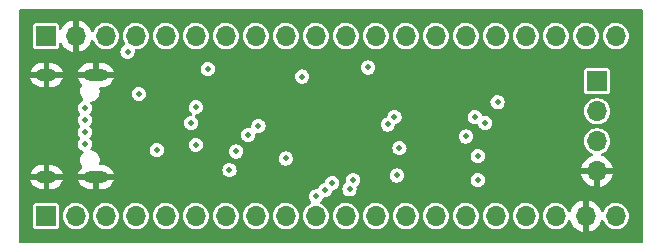
<source format=gbr>
%TF.GenerationSoftware,KiCad,Pcbnew,7.0.7*%
%TF.CreationDate,2023-11-13T21:49:10+01:00*%
%TF.ProjectId,STM32G474_Black-Pill_v3.0,53544d33-3247-4343-9734-5f426c61636b,A*%
%TF.SameCoordinates,Original*%
%TF.FileFunction,Copper,L2,Inr*%
%TF.FilePolarity,Positive*%
%FSLAX46Y46*%
G04 Gerber Fmt 4.6, Leading zero omitted, Abs format (unit mm)*
G04 Created by KiCad (PCBNEW 7.0.7) date 2023-11-13 21:49:10*
%MOMM*%
%LPD*%
G01*
G04 APERTURE LIST*
%TA.AperFunction,ComponentPad*%
%ADD10R,1.700000X1.700000*%
%TD*%
%TA.AperFunction,ComponentPad*%
%ADD11O,1.700000X1.700000*%
%TD*%
%TA.AperFunction,ComponentPad*%
%ADD12O,2.100000X1.000000*%
%TD*%
%TA.AperFunction,ComponentPad*%
%ADD13O,1.800000X1.000000*%
%TD*%
%TA.AperFunction,ViaPad*%
%ADD14C,0.500000*%
%TD*%
G04 APERTURE END LIST*
D10*
%TO.N,+3.3V*%
%TO.C,J104*%
X148285000Y-97800000D03*
D11*
%TO.N,/SWDIO*%
X148285000Y-100340000D03*
%TO.N,/SWCLK*%
X148285000Y-102880000D03*
%TO.N,GND*%
X148285000Y-105420000D03*
%TD*%
D12*
%TO.N,GND*%
%TO.C,J101*%
X105840000Y-97280000D03*
D13*
X101660000Y-97280000D03*
D12*
X105840000Y-105920000D03*
D13*
X101660000Y-105920000D03*
%TD*%
D10*
%TO.N,/PB12*%
%TO.C,J102*%
X101600000Y-109220000D03*
D11*
%TO.N,/PB13*%
X104140000Y-109220000D03*
%TO.N,/PB14*%
X106680000Y-109220000D03*
%TO.N,/PB15*%
X109220000Y-109220000D03*
%TO.N,/PA8*%
X111760000Y-109220000D03*
%TO.N,/PA9*%
X114300000Y-109220000D03*
%TO.N,/PA10*%
X116840000Y-109220000D03*
%TO.N,/PA11*%
X119380000Y-109220000D03*
%TO.N,/PA12*%
X121920000Y-109220000D03*
%TO.N,/PA15*%
X124460000Y-109220000D03*
%TO.N,/PB3*%
X127000000Y-109220000D03*
%TO.N,/PB4*%
X129540000Y-109220000D03*
%TO.N,/PB5*%
X132080000Y-109220000D03*
%TO.N,/PB6*%
X134620000Y-109220000D03*
%TO.N,/PB7*%
X137160000Y-109220000D03*
%TO.N,/PB11*%
X139700000Y-109220000D03*
%TO.N,/PB9*%
X142240000Y-109220000D03*
%TO.N,+5V*%
X144780000Y-109220000D03*
%TO.N,GND*%
X147320000Y-109220000D03*
%TO.N,+3.3V*%
X149860000Y-109220000D03*
%TD*%
D10*
%TO.N,+5V*%
%TO.C,J103*%
X101600000Y-93980000D03*
D11*
%TO.N,GND*%
X104140000Y-93980000D03*
%TO.N,+3.3V*%
X106680000Y-93980000D03*
%TO.N,/PB10*%
X109220000Y-93980000D03*
%TO.N,/PB2*%
X111760000Y-93980000D03*
%TO.N,/PB1*%
X114300000Y-93980000D03*
%TO.N,/PB0*%
X116840000Y-93980000D03*
%TO.N,/PA7*%
X119380000Y-93980000D03*
%TO.N,/PA6*%
X121920000Y-93980000D03*
%TO.N,/PA5*%
X124460000Y-93980000D03*
%TO.N,/PA4*%
X127000000Y-93980000D03*
%TO.N,/PA3*%
X129540000Y-93980000D03*
%TO.N,/PA2*%
X132080000Y-93980000D03*
%TO.N,/PA1*%
X134620000Y-93980000D03*
%TO.N,/PA0*%
X137160000Y-93980000D03*
%TO.N,NRST*%
X139700000Y-93980000D03*
%TO.N,/Pin17*%
X142240000Y-93980000D03*
%TO.N,/Pin18*%
X144780000Y-93980000D03*
%TO.N,/PC13*%
X147320000Y-93980000D03*
%TO.N,VB*%
X149860000Y-93980000D03*
%TD*%
D14*
%TO.N,+3.3V*%
X113919000Y-101346000D03*
X110998000Y-103632000D03*
X138811000Y-101346000D03*
X115316000Y-96774000D03*
X108524000Y-95316000D03*
X117153000Y-105342000D03*
X118745000Y-102362000D03*
%TO.N,GND*%
X114681000Y-101854000D03*
X132207000Y-97663000D03*
X110109000Y-102489000D03*
X133350000Y-104013000D03*
X125730000Y-104140000D03*
X133413500Y-101790500D03*
X141704000Y-100556000D03*
X110998000Y-97536000D03*
X120396000Y-99314000D03*
X124460000Y-102870000D03*
X123190000Y-101600000D03*
X117983000Y-100838000D03*
X125730000Y-100330000D03*
X123190000Y-107823000D03*
X124460000Y-100330000D03*
X141351000Y-106426000D03*
X125730000Y-99060000D03*
X145542000Y-102235000D03*
X133731000Y-106235500D03*
X117602000Y-96647000D03*
X136144000Y-96647000D03*
X127000000Y-102743000D03*
X125730000Y-102743000D03*
X125730000Y-101600000D03*
X129766000Y-97056000D03*
X132235000Y-98580000D03*
X124460000Y-101600000D03*
X131380139Y-101679033D03*
X110109000Y-103632000D03*
X127000000Y-101600000D03*
X127000000Y-100330000D03*
X110109000Y-97282000D03*
X128270000Y-101600000D03*
X116713000Y-96647000D03*
%TO.N,NRST*%
X128905000Y-96647000D03*
X114300000Y-100008000D03*
%TO.N,VBAT*%
X130556000Y-101473000D03*
X139855000Y-99596000D03*
%TO.N,+5V*%
X109474000Y-98879076D03*
%TO.N,/PC13*%
X131122378Y-100838000D03*
X137922000Y-100838000D03*
%TO.N,Net-(J101-CC1)*%
X104902000Y-100076000D03*
%TO.N,Net-(J101-D+-PadA6)*%
X104902000Y-102108000D03*
%TO.N,Net-(J101-D--PadA7)*%
X104902000Y-101092000D03*
%TO.N,Net-(J101-CC2)*%
X104902000Y-103124000D03*
%TO.N,/PB11*%
X117729000Y-103759000D03*
%TO.N,/PC6*%
X121920000Y-104349339D03*
%TO.N,/PC4*%
X123311884Y-97414116D03*
%TO.N,/SWDIO*%
X125256311Y-107026689D03*
%TO.N,/SWCLK*%
X125857000Y-106426000D03*
%TO.N,/PC10*%
X127635000Y-106172000D03*
X138176000Y-104140000D03*
X138176000Y-106172000D03*
%TO.N,/PC11*%
X127319503Y-106960744D03*
%TO.N,/PB8*%
X131318000Y-105791000D03*
X114300000Y-103192000D03*
%TO.N,/+3.3V_{MCU}*%
X131545386Y-103478386D03*
X119606000Y-101600000D03*
X124460000Y-107569000D03*
X137160000Y-102489000D03*
%TD*%
%TA.AperFunction,Conductor*%
%TO.N,GND*%
G36*
X152092539Y-91710185D02*
G01*
X152138294Y-91762989D01*
X152149500Y-91814500D01*
X152149500Y-111385500D01*
X152129815Y-111452539D01*
X152077011Y-111498294D01*
X152025500Y-111509500D01*
X99434500Y-111509500D01*
X99367461Y-111489815D01*
X99321706Y-111437011D01*
X99310500Y-111385500D01*
X99310500Y-110094678D01*
X100499500Y-110094678D01*
X100514032Y-110167735D01*
X100514033Y-110167739D01*
X100514034Y-110167740D01*
X100569399Y-110250601D01*
X100652259Y-110305965D01*
X100652260Y-110305966D01*
X100652264Y-110305967D01*
X100725321Y-110320499D01*
X100725324Y-110320500D01*
X100725326Y-110320500D01*
X102474676Y-110320500D01*
X102474677Y-110320499D01*
X102547740Y-110305966D01*
X102630601Y-110250601D01*
X102685966Y-110167740D01*
X102700500Y-110094674D01*
X102700500Y-109220000D01*
X103034785Y-109220000D01*
X103053602Y-109423082D01*
X103109417Y-109619247D01*
X103109422Y-109619260D01*
X103200327Y-109801821D01*
X103323237Y-109964581D01*
X103473958Y-110101980D01*
X103473960Y-110101982D01*
X103573141Y-110163392D01*
X103647363Y-110209348D01*
X103837544Y-110283024D01*
X104038024Y-110320500D01*
X104038026Y-110320500D01*
X104241974Y-110320500D01*
X104241976Y-110320500D01*
X104442456Y-110283024D01*
X104632637Y-110209348D01*
X104806041Y-110101981D01*
X104956764Y-109964579D01*
X105079673Y-109801821D01*
X105170582Y-109619250D01*
X105226397Y-109423083D01*
X105245215Y-109220000D01*
X105574785Y-109220000D01*
X105593602Y-109423082D01*
X105649417Y-109619247D01*
X105649422Y-109619260D01*
X105740327Y-109801821D01*
X105863237Y-109964581D01*
X106013958Y-110101980D01*
X106013960Y-110101982D01*
X106113141Y-110163392D01*
X106187363Y-110209348D01*
X106377544Y-110283024D01*
X106578024Y-110320500D01*
X106578026Y-110320500D01*
X106781974Y-110320500D01*
X106781976Y-110320500D01*
X106982456Y-110283024D01*
X107172637Y-110209348D01*
X107346041Y-110101981D01*
X107496764Y-109964579D01*
X107619673Y-109801821D01*
X107710582Y-109619250D01*
X107766397Y-109423083D01*
X107785215Y-109220000D01*
X108114785Y-109220000D01*
X108133602Y-109423082D01*
X108189417Y-109619247D01*
X108189422Y-109619260D01*
X108280327Y-109801821D01*
X108403237Y-109964581D01*
X108553958Y-110101980D01*
X108553960Y-110101982D01*
X108653141Y-110163392D01*
X108727363Y-110209348D01*
X108917544Y-110283024D01*
X109118024Y-110320500D01*
X109118026Y-110320500D01*
X109321974Y-110320500D01*
X109321976Y-110320500D01*
X109522456Y-110283024D01*
X109712637Y-110209348D01*
X109886041Y-110101981D01*
X110036764Y-109964579D01*
X110159673Y-109801821D01*
X110250582Y-109619250D01*
X110306397Y-109423083D01*
X110325215Y-109220000D01*
X110654785Y-109220000D01*
X110673602Y-109423082D01*
X110729417Y-109619247D01*
X110729422Y-109619260D01*
X110820327Y-109801821D01*
X110943237Y-109964581D01*
X111093958Y-110101980D01*
X111093960Y-110101982D01*
X111193141Y-110163392D01*
X111267363Y-110209348D01*
X111457544Y-110283024D01*
X111658024Y-110320500D01*
X111658026Y-110320500D01*
X111861974Y-110320500D01*
X111861976Y-110320500D01*
X112062456Y-110283024D01*
X112252637Y-110209348D01*
X112426041Y-110101981D01*
X112576764Y-109964579D01*
X112699673Y-109801821D01*
X112790582Y-109619250D01*
X112846397Y-109423083D01*
X112865215Y-109220000D01*
X113194785Y-109220000D01*
X113213602Y-109423082D01*
X113269417Y-109619247D01*
X113269422Y-109619260D01*
X113360327Y-109801821D01*
X113483237Y-109964581D01*
X113633958Y-110101980D01*
X113633960Y-110101982D01*
X113733141Y-110163392D01*
X113807363Y-110209348D01*
X113997544Y-110283024D01*
X114198024Y-110320500D01*
X114198026Y-110320500D01*
X114401974Y-110320500D01*
X114401976Y-110320500D01*
X114602456Y-110283024D01*
X114792637Y-110209348D01*
X114966041Y-110101981D01*
X115116764Y-109964579D01*
X115239673Y-109801821D01*
X115330582Y-109619250D01*
X115386397Y-109423083D01*
X115405215Y-109220000D01*
X115734785Y-109220000D01*
X115753602Y-109423082D01*
X115809417Y-109619247D01*
X115809422Y-109619260D01*
X115900327Y-109801821D01*
X116023237Y-109964581D01*
X116173958Y-110101980D01*
X116173960Y-110101982D01*
X116273141Y-110163392D01*
X116347363Y-110209348D01*
X116537544Y-110283024D01*
X116738024Y-110320500D01*
X116738026Y-110320500D01*
X116941974Y-110320500D01*
X116941976Y-110320500D01*
X117142456Y-110283024D01*
X117332637Y-110209348D01*
X117506041Y-110101981D01*
X117656764Y-109964579D01*
X117779673Y-109801821D01*
X117870582Y-109619250D01*
X117926397Y-109423083D01*
X117945215Y-109220000D01*
X118274785Y-109220000D01*
X118293602Y-109423082D01*
X118349417Y-109619247D01*
X118349422Y-109619260D01*
X118440327Y-109801821D01*
X118563237Y-109964581D01*
X118713958Y-110101980D01*
X118713960Y-110101982D01*
X118813141Y-110163392D01*
X118887363Y-110209348D01*
X119077544Y-110283024D01*
X119278024Y-110320500D01*
X119278026Y-110320500D01*
X119481974Y-110320500D01*
X119481976Y-110320500D01*
X119682456Y-110283024D01*
X119872637Y-110209348D01*
X120046041Y-110101981D01*
X120196764Y-109964579D01*
X120319673Y-109801821D01*
X120410582Y-109619250D01*
X120466397Y-109423083D01*
X120485215Y-109220000D01*
X120814785Y-109220000D01*
X120833602Y-109423082D01*
X120889417Y-109619247D01*
X120889422Y-109619260D01*
X120980327Y-109801821D01*
X121103237Y-109964581D01*
X121253958Y-110101980D01*
X121253960Y-110101982D01*
X121353141Y-110163392D01*
X121427363Y-110209348D01*
X121617544Y-110283024D01*
X121818024Y-110320500D01*
X121818026Y-110320500D01*
X122021974Y-110320500D01*
X122021976Y-110320500D01*
X122222456Y-110283024D01*
X122412637Y-110209348D01*
X122586041Y-110101981D01*
X122736764Y-109964579D01*
X122859673Y-109801821D01*
X122950582Y-109619250D01*
X123006397Y-109423083D01*
X123025215Y-109220000D01*
X123354785Y-109220000D01*
X123373602Y-109423082D01*
X123429417Y-109619247D01*
X123429422Y-109619260D01*
X123520327Y-109801821D01*
X123643237Y-109964581D01*
X123793958Y-110101980D01*
X123793960Y-110101982D01*
X123893141Y-110163392D01*
X123967363Y-110209348D01*
X124157544Y-110283024D01*
X124358024Y-110320500D01*
X124358026Y-110320500D01*
X124561974Y-110320500D01*
X124561976Y-110320500D01*
X124762456Y-110283024D01*
X124952637Y-110209348D01*
X125126041Y-110101981D01*
X125276764Y-109964579D01*
X125399673Y-109801821D01*
X125490582Y-109619250D01*
X125546397Y-109423083D01*
X125565215Y-109220000D01*
X125894785Y-109220000D01*
X125913602Y-109423082D01*
X125969417Y-109619247D01*
X125969422Y-109619260D01*
X126060327Y-109801821D01*
X126183237Y-109964581D01*
X126333958Y-110101980D01*
X126333960Y-110101982D01*
X126433141Y-110163392D01*
X126507363Y-110209348D01*
X126697544Y-110283024D01*
X126898024Y-110320500D01*
X126898026Y-110320500D01*
X127101974Y-110320500D01*
X127101976Y-110320500D01*
X127302456Y-110283024D01*
X127492637Y-110209348D01*
X127666041Y-110101981D01*
X127816764Y-109964579D01*
X127939673Y-109801821D01*
X128030582Y-109619250D01*
X128086397Y-109423083D01*
X128105215Y-109220000D01*
X128434785Y-109220000D01*
X128453602Y-109423082D01*
X128509417Y-109619247D01*
X128509422Y-109619260D01*
X128600327Y-109801821D01*
X128723237Y-109964581D01*
X128873958Y-110101980D01*
X128873960Y-110101982D01*
X128973141Y-110163392D01*
X129047363Y-110209348D01*
X129237544Y-110283024D01*
X129438024Y-110320500D01*
X129438026Y-110320500D01*
X129641974Y-110320500D01*
X129641976Y-110320500D01*
X129842456Y-110283024D01*
X130032637Y-110209348D01*
X130206041Y-110101981D01*
X130356764Y-109964579D01*
X130479673Y-109801821D01*
X130570582Y-109619250D01*
X130626397Y-109423083D01*
X130645215Y-109220000D01*
X130974785Y-109220000D01*
X130993602Y-109423082D01*
X131049417Y-109619247D01*
X131049422Y-109619260D01*
X131140327Y-109801821D01*
X131263237Y-109964581D01*
X131413958Y-110101980D01*
X131413960Y-110101982D01*
X131513141Y-110163392D01*
X131587363Y-110209348D01*
X131777544Y-110283024D01*
X131978024Y-110320500D01*
X131978026Y-110320500D01*
X132181974Y-110320500D01*
X132181976Y-110320500D01*
X132382456Y-110283024D01*
X132572637Y-110209348D01*
X132746041Y-110101981D01*
X132896764Y-109964579D01*
X133019673Y-109801821D01*
X133110582Y-109619250D01*
X133166397Y-109423083D01*
X133185215Y-109220000D01*
X133514785Y-109220000D01*
X133533602Y-109423082D01*
X133589417Y-109619247D01*
X133589422Y-109619260D01*
X133680327Y-109801821D01*
X133803237Y-109964581D01*
X133953958Y-110101980D01*
X133953960Y-110101982D01*
X134053141Y-110163392D01*
X134127363Y-110209348D01*
X134317544Y-110283024D01*
X134518024Y-110320500D01*
X134518026Y-110320500D01*
X134721974Y-110320500D01*
X134721976Y-110320500D01*
X134922456Y-110283024D01*
X135112637Y-110209348D01*
X135286041Y-110101981D01*
X135436764Y-109964579D01*
X135559673Y-109801821D01*
X135650582Y-109619250D01*
X135706397Y-109423083D01*
X135725215Y-109220000D01*
X136054785Y-109220000D01*
X136073602Y-109423082D01*
X136129417Y-109619247D01*
X136129422Y-109619260D01*
X136220327Y-109801821D01*
X136343237Y-109964581D01*
X136493958Y-110101980D01*
X136493960Y-110101982D01*
X136593141Y-110163392D01*
X136667363Y-110209348D01*
X136857544Y-110283024D01*
X137058024Y-110320500D01*
X137058026Y-110320500D01*
X137261974Y-110320500D01*
X137261976Y-110320500D01*
X137462456Y-110283024D01*
X137652637Y-110209348D01*
X137826041Y-110101981D01*
X137976764Y-109964579D01*
X138099673Y-109801821D01*
X138190582Y-109619250D01*
X138246397Y-109423083D01*
X138265215Y-109220000D01*
X138594785Y-109220000D01*
X138613602Y-109423082D01*
X138669417Y-109619247D01*
X138669422Y-109619260D01*
X138760327Y-109801821D01*
X138883237Y-109964581D01*
X139033958Y-110101980D01*
X139033960Y-110101982D01*
X139133141Y-110163392D01*
X139207363Y-110209348D01*
X139397544Y-110283024D01*
X139598024Y-110320500D01*
X139598026Y-110320500D01*
X139801974Y-110320500D01*
X139801976Y-110320500D01*
X140002456Y-110283024D01*
X140192637Y-110209348D01*
X140366041Y-110101981D01*
X140516764Y-109964579D01*
X140639673Y-109801821D01*
X140730582Y-109619250D01*
X140786397Y-109423083D01*
X140805215Y-109220000D01*
X141134785Y-109220000D01*
X141153602Y-109423082D01*
X141209417Y-109619247D01*
X141209422Y-109619260D01*
X141300327Y-109801821D01*
X141423237Y-109964581D01*
X141573958Y-110101980D01*
X141573960Y-110101982D01*
X141673141Y-110163392D01*
X141747363Y-110209348D01*
X141937544Y-110283024D01*
X142138024Y-110320500D01*
X142138026Y-110320500D01*
X142341974Y-110320500D01*
X142341976Y-110320500D01*
X142542456Y-110283024D01*
X142732637Y-110209348D01*
X142906041Y-110101981D01*
X143056764Y-109964579D01*
X143179673Y-109801821D01*
X143270582Y-109619250D01*
X143326397Y-109423083D01*
X143345215Y-109220000D01*
X143674785Y-109220000D01*
X143693602Y-109423082D01*
X143749417Y-109619247D01*
X143749422Y-109619260D01*
X143840327Y-109801821D01*
X143963237Y-109964581D01*
X144113958Y-110101980D01*
X144113960Y-110101982D01*
X144213141Y-110163392D01*
X144287363Y-110209348D01*
X144477544Y-110283024D01*
X144678024Y-110320500D01*
X144678026Y-110320500D01*
X144881974Y-110320500D01*
X144881976Y-110320500D01*
X145082456Y-110283024D01*
X145272637Y-110209348D01*
X145446041Y-110101981D01*
X145596764Y-109964579D01*
X145719673Y-109801821D01*
X145781598Y-109677456D01*
X145806817Y-109626812D01*
X145854319Y-109575575D01*
X145921982Y-109558153D01*
X145988323Y-109580078D01*
X146032278Y-109634389D01*
X146037592Y-109649989D01*
X146046567Y-109683485D01*
X146046570Y-109683492D01*
X146146399Y-109897578D01*
X146281894Y-110091082D01*
X146448917Y-110258105D01*
X146642421Y-110393600D01*
X146856507Y-110493429D01*
X146856516Y-110493433D01*
X147070000Y-110550634D01*
X147070000Y-109832301D01*
X147089685Y-109765262D01*
X147142489Y-109719507D01*
X147211647Y-109709563D01*
X147284237Y-109720000D01*
X147284238Y-109720000D01*
X147355762Y-109720000D01*
X147355763Y-109720000D01*
X147428353Y-109709563D01*
X147497512Y-109719507D01*
X147550315Y-109765262D01*
X147570000Y-109832301D01*
X147570000Y-110550633D01*
X147783483Y-110493433D01*
X147783492Y-110493429D01*
X147997578Y-110393600D01*
X148191082Y-110258105D01*
X148358105Y-110091082D01*
X148493600Y-109897578D01*
X148593429Y-109683492D01*
X148593431Y-109683489D01*
X148602406Y-109649992D01*
X148638770Y-109590331D01*
X148701616Y-109559800D01*
X148770992Y-109568094D01*
X148824871Y-109612578D01*
X148833182Y-109626811D01*
X148920327Y-109801821D01*
X149043237Y-109964581D01*
X149193958Y-110101980D01*
X149193960Y-110101982D01*
X149293141Y-110163392D01*
X149367363Y-110209348D01*
X149557544Y-110283024D01*
X149758024Y-110320500D01*
X149758026Y-110320500D01*
X149961974Y-110320500D01*
X149961976Y-110320500D01*
X150162456Y-110283024D01*
X150352637Y-110209348D01*
X150526041Y-110101981D01*
X150676764Y-109964579D01*
X150799673Y-109801821D01*
X150890582Y-109619250D01*
X150946397Y-109423083D01*
X150965215Y-109220000D01*
X150946397Y-109016917D01*
X150890582Y-108820750D01*
X150875274Y-108790008D01*
X150840415Y-108720000D01*
X150799673Y-108638179D01*
X150676764Y-108475421D01*
X150676762Y-108475418D01*
X150526041Y-108338019D01*
X150526039Y-108338017D01*
X150352642Y-108230655D01*
X150352635Y-108230651D01*
X150226769Y-108181891D01*
X150162456Y-108156976D01*
X149961976Y-108119500D01*
X149758024Y-108119500D01*
X149557544Y-108156976D01*
X149557541Y-108156976D01*
X149557541Y-108156977D01*
X149367364Y-108230651D01*
X149367357Y-108230655D01*
X149193960Y-108338017D01*
X149193958Y-108338019D01*
X149043237Y-108475418D01*
X148920327Y-108638178D01*
X148833182Y-108813188D01*
X148785679Y-108864425D01*
X148718016Y-108881846D01*
X148651676Y-108859920D01*
X148607721Y-108805609D01*
X148602407Y-108790008D01*
X148593434Y-108756518D01*
X148593429Y-108756507D01*
X148493600Y-108542422D01*
X148493599Y-108542420D01*
X148358113Y-108348926D01*
X148358108Y-108348920D01*
X148191082Y-108181894D01*
X147997578Y-108046399D01*
X147783492Y-107946570D01*
X147783486Y-107946567D01*
X147570000Y-107889364D01*
X147570000Y-108607698D01*
X147550315Y-108674737D01*
X147497511Y-108720492D01*
X147428355Y-108730436D01*
X147355766Y-108720000D01*
X147355763Y-108720000D01*
X147284237Y-108720000D01*
X147284233Y-108720000D01*
X147211645Y-108730436D01*
X147142487Y-108720492D01*
X147089684Y-108674736D01*
X147070000Y-108607698D01*
X147070000Y-107889364D01*
X147069999Y-107889364D01*
X146856513Y-107946567D01*
X146856507Y-107946570D01*
X146642422Y-108046399D01*
X146642420Y-108046400D01*
X146448926Y-108181886D01*
X146448920Y-108181891D01*
X146281891Y-108348920D01*
X146281886Y-108348926D01*
X146146400Y-108542420D01*
X146146399Y-108542422D01*
X146046570Y-108756507D01*
X146046568Y-108756511D01*
X146037592Y-108790011D01*
X146001226Y-108849671D01*
X145938379Y-108880199D01*
X145869003Y-108871904D01*
X145815126Y-108827418D01*
X145806817Y-108813188D01*
X145760415Y-108720000D01*
X145719673Y-108638179D01*
X145596764Y-108475421D01*
X145596762Y-108475418D01*
X145446041Y-108338019D01*
X145446039Y-108338017D01*
X145272642Y-108230655D01*
X145272635Y-108230651D01*
X145146769Y-108181891D01*
X145082456Y-108156976D01*
X144881976Y-108119500D01*
X144678024Y-108119500D01*
X144477544Y-108156976D01*
X144477541Y-108156976D01*
X144477541Y-108156977D01*
X144287364Y-108230651D01*
X144287357Y-108230655D01*
X144113960Y-108338017D01*
X144113958Y-108338019D01*
X143963237Y-108475418D01*
X143840327Y-108638178D01*
X143749422Y-108820739D01*
X143749417Y-108820752D01*
X143693602Y-109016917D01*
X143674785Y-109219999D01*
X143674785Y-109220000D01*
X143345215Y-109220000D01*
X143326397Y-109016917D01*
X143270582Y-108820750D01*
X143255274Y-108790008D01*
X143220415Y-108720000D01*
X143179673Y-108638179D01*
X143056764Y-108475421D01*
X143056762Y-108475418D01*
X142906041Y-108338019D01*
X142906039Y-108338017D01*
X142732642Y-108230655D01*
X142732635Y-108230651D01*
X142606769Y-108181891D01*
X142542456Y-108156976D01*
X142341976Y-108119500D01*
X142138024Y-108119500D01*
X141937544Y-108156976D01*
X141937541Y-108156976D01*
X141937541Y-108156977D01*
X141747364Y-108230651D01*
X141747357Y-108230655D01*
X141573960Y-108338017D01*
X141573958Y-108338019D01*
X141423237Y-108475418D01*
X141300327Y-108638178D01*
X141209422Y-108820739D01*
X141209417Y-108820752D01*
X141153602Y-109016917D01*
X141134785Y-109219999D01*
X141134785Y-109220000D01*
X140805215Y-109220000D01*
X140786397Y-109016917D01*
X140730582Y-108820750D01*
X140715274Y-108790008D01*
X140680415Y-108720000D01*
X140639673Y-108638179D01*
X140516764Y-108475421D01*
X140516762Y-108475418D01*
X140366041Y-108338019D01*
X140366039Y-108338017D01*
X140192642Y-108230655D01*
X140192635Y-108230651D01*
X140066769Y-108181891D01*
X140002456Y-108156976D01*
X139801976Y-108119500D01*
X139598024Y-108119500D01*
X139397544Y-108156976D01*
X139397541Y-108156976D01*
X139397541Y-108156977D01*
X139207364Y-108230651D01*
X139207357Y-108230655D01*
X139033960Y-108338017D01*
X139033958Y-108338019D01*
X138883237Y-108475418D01*
X138760327Y-108638178D01*
X138669422Y-108820739D01*
X138669417Y-108820752D01*
X138613602Y-109016917D01*
X138594785Y-109219999D01*
X138594785Y-109220000D01*
X138265215Y-109220000D01*
X138246397Y-109016917D01*
X138190582Y-108820750D01*
X138175274Y-108790008D01*
X138140415Y-108720000D01*
X138099673Y-108638179D01*
X137976764Y-108475421D01*
X137976762Y-108475418D01*
X137826041Y-108338019D01*
X137826039Y-108338017D01*
X137652642Y-108230655D01*
X137652635Y-108230651D01*
X137526769Y-108181891D01*
X137462456Y-108156976D01*
X137261976Y-108119500D01*
X137058024Y-108119500D01*
X136857544Y-108156976D01*
X136857541Y-108156976D01*
X136857541Y-108156977D01*
X136667364Y-108230651D01*
X136667357Y-108230655D01*
X136493960Y-108338017D01*
X136493958Y-108338019D01*
X136343237Y-108475418D01*
X136220327Y-108638178D01*
X136129422Y-108820739D01*
X136129417Y-108820752D01*
X136073602Y-109016917D01*
X136054785Y-109219999D01*
X136054785Y-109220000D01*
X135725215Y-109220000D01*
X135706397Y-109016917D01*
X135650582Y-108820750D01*
X135635274Y-108790008D01*
X135600415Y-108720000D01*
X135559673Y-108638179D01*
X135436764Y-108475421D01*
X135436762Y-108475418D01*
X135286041Y-108338019D01*
X135286039Y-108338017D01*
X135112642Y-108230655D01*
X135112635Y-108230651D01*
X134986769Y-108181891D01*
X134922456Y-108156976D01*
X134721976Y-108119500D01*
X134518024Y-108119500D01*
X134317544Y-108156976D01*
X134317541Y-108156976D01*
X134317541Y-108156977D01*
X134127364Y-108230651D01*
X134127357Y-108230655D01*
X133953960Y-108338017D01*
X133953958Y-108338019D01*
X133803237Y-108475418D01*
X133680327Y-108638178D01*
X133589422Y-108820739D01*
X133589417Y-108820752D01*
X133533602Y-109016917D01*
X133514785Y-109219999D01*
X133514785Y-109220000D01*
X133185215Y-109220000D01*
X133166397Y-109016917D01*
X133110582Y-108820750D01*
X133095274Y-108790008D01*
X133060415Y-108720000D01*
X133019673Y-108638179D01*
X132896764Y-108475421D01*
X132896762Y-108475418D01*
X132746041Y-108338019D01*
X132746039Y-108338017D01*
X132572642Y-108230655D01*
X132572635Y-108230651D01*
X132446769Y-108181891D01*
X132382456Y-108156976D01*
X132181976Y-108119500D01*
X131978024Y-108119500D01*
X131777544Y-108156976D01*
X131777541Y-108156976D01*
X131777541Y-108156977D01*
X131587364Y-108230651D01*
X131587357Y-108230655D01*
X131413960Y-108338017D01*
X131413958Y-108338019D01*
X131263237Y-108475418D01*
X131140327Y-108638178D01*
X131049422Y-108820739D01*
X131049417Y-108820752D01*
X130993602Y-109016917D01*
X130974785Y-109219999D01*
X130974785Y-109220000D01*
X130645215Y-109220000D01*
X130626397Y-109016917D01*
X130570582Y-108820750D01*
X130555274Y-108790008D01*
X130520415Y-108720000D01*
X130479673Y-108638179D01*
X130356764Y-108475421D01*
X130356762Y-108475418D01*
X130206041Y-108338019D01*
X130206039Y-108338017D01*
X130032642Y-108230655D01*
X130032635Y-108230651D01*
X129906769Y-108181891D01*
X129842456Y-108156976D01*
X129641976Y-108119500D01*
X129438024Y-108119500D01*
X129237544Y-108156976D01*
X129237541Y-108156976D01*
X129237541Y-108156977D01*
X129047364Y-108230651D01*
X129047357Y-108230655D01*
X128873960Y-108338017D01*
X128873958Y-108338019D01*
X128723237Y-108475418D01*
X128600327Y-108638178D01*
X128509422Y-108820739D01*
X128509417Y-108820752D01*
X128453602Y-109016917D01*
X128434785Y-109219999D01*
X128434785Y-109220000D01*
X128105215Y-109220000D01*
X128086397Y-109016917D01*
X128030582Y-108820750D01*
X128015274Y-108790008D01*
X127980415Y-108720000D01*
X127939673Y-108638179D01*
X127816764Y-108475421D01*
X127816762Y-108475418D01*
X127666041Y-108338019D01*
X127666039Y-108338017D01*
X127492642Y-108230655D01*
X127492635Y-108230651D01*
X127366769Y-108181891D01*
X127302456Y-108156976D01*
X127101976Y-108119500D01*
X126898024Y-108119500D01*
X126697544Y-108156976D01*
X126697541Y-108156976D01*
X126697541Y-108156977D01*
X126507364Y-108230651D01*
X126507357Y-108230655D01*
X126333960Y-108338017D01*
X126333958Y-108338019D01*
X126183237Y-108475418D01*
X126060327Y-108638178D01*
X125969422Y-108820739D01*
X125969417Y-108820752D01*
X125913602Y-109016917D01*
X125894785Y-109219999D01*
X125894785Y-109220000D01*
X125565215Y-109220000D01*
X125546397Y-109016917D01*
X125490582Y-108820750D01*
X125475274Y-108790008D01*
X125440415Y-108720000D01*
X125399673Y-108638179D01*
X125276764Y-108475421D01*
X125276762Y-108475418D01*
X125126041Y-108338019D01*
X125126039Y-108338017D01*
X124952642Y-108230655D01*
X124952640Y-108230654D01*
X124952637Y-108230652D01*
X124952634Y-108230651D01*
X124952629Y-108230648D01*
X124913494Y-108215487D01*
X124858093Y-108172914D01*
X124834503Y-108107146D01*
X124850215Y-108039066D01*
X124882804Y-108001485D01*
X124888282Y-107997282D01*
X124984536Y-107871841D01*
X125045044Y-107725762D01*
X125045044Y-107725754D01*
X125047147Y-107717912D01*
X125049429Y-107718523D01*
X125072796Y-107665680D01*
X125131114Y-107627199D01*
X125183666Y-107622807D01*
X125256311Y-107632371D01*
X125256312Y-107632371D01*
X125328957Y-107622807D01*
X125413073Y-107611733D01*
X125559152Y-107551225D01*
X125684593Y-107454971D01*
X125780847Y-107329530D01*
X125841355Y-107183451D01*
X125848993Y-107125433D01*
X125877257Y-107061539D01*
X125935581Y-107023067D01*
X125955738Y-107018682D01*
X126013762Y-107011044D01*
X126135194Y-106960745D01*
X126713821Y-106960745D01*
X126734458Y-107117504D01*
X126734459Y-107117506D01*
X126761773Y-107183449D01*
X126794967Y-107263585D01*
X126891221Y-107389026D01*
X127016662Y-107485280D01*
X127162741Y-107545788D01*
X127241122Y-107556106D01*
X127319502Y-107566426D01*
X127319503Y-107566426D01*
X127319504Y-107566426D01*
X127371756Y-107559546D01*
X127476265Y-107545788D01*
X127622344Y-107485280D01*
X127747785Y-107389026D01*
X127844039Y-107263585D01*
X127904547Y-107117506D01*
X127925185Y-106960744D01*
X127904547Y-106803982D01*
X127904545Y-106803979D01*
X127904098Y-106800577D01*
X127914863Y-106731541D01*
X127951548Y-106686017D01*
X128063282Y-106600282D01*
X128159536Y-106474841D01*
X128220044Y-106328762D01*
X128240682Y-106172000D01*
X128240271Y-106168881D01*
X128220044Y-106015239D01*
X128220044Y-106015238D01*
X128159536Y-105869159D01*
X128099563Y-105791001D01*
X130712318Y-105791001D01*
X130732955Y-105947760D01*
X130732956Y-105947762D01*
X130760905Y-106015238D01*
X130793464Y-106093841D01*
X130889718Y-106219282D01*
X131015159Y-106315536D01*
X131161238Y-106376044D01*
X131239618Y-106386362D01*
X131317999Y-106396682D01*
X131318000Y-106396682D01*
X131318001Y-106396682D01*
X131370254Y-106389802D01*
X131474762Y-106376044D01*
X131620841Y-106315536D01*
X131746282Y-106219282D01*
X131782562Y-106172001D01*
X137570318Y-106172001D01*
X137590955Y-106328760D01*
X137590956Y-106328762D01*
X137641876Y-106451695D01*
X137651464Y-106474841D01*
X137747718Y-106600282D01*
X137873159Y-106696536D01*
X138019238Y-106757044D01*
X138097619Y-106767363D01*
X138175999Y-106777682D01*
X138176000Y-106777682D01*
X138176001Y-106777682D01*
X138228254Y-106770802D01*
X138332762Y-106757044D01*
X138478841Y-106696536D01*
X138604282Y-106600282D01*
X138700536Y-106474841D01*
X138761044Y-106328762D01*
X138781682Y-106172000D01*
X138781271Y-106168881D01*
X138761044Y-106015239D01*
X138761044Y-106015238D01*
X138700536Y-105869159D01*
X138604282Y-105743718D01*
X138508211Y-105670000D01*
X146954364Y-105670000D01*
X147011567Y-105883486D01*
X147011570Y-105883492D01*
X147111399Y-106097578D01*
X147246894Y-106291082D01*
X147413917Y-106458105D01*
X147607421Y-106593600D01*
X147821507Y-106693429D01*
X147821516Y-106693433D01*
X148035000Y-106750634D01*
X148035000Y-106032301D01*
X148054685Y-105965262D01*
X148107489Y-105919507D01*
X148176647Y-105909563D01*
X148249237Y-105920000D01*
X148249238Y-105920000D01*
X148320762Y-105920000D01*
X148320763Y-105920000D01*
X148393353Y-105909563D01*
X148462512Y-105919507D01*
X148515315Y-105965262D01*
X148535000Y-106032301D01*
X148535000Y-106750633D01*
X148748483Y-106693433D01*
X148748492Y-106693429D01*
X148962578Y-106593600D01*
X149156082Y-106458105D01*
X149323105Y-106291082D01*
X149458600Y-106097578D01*
X149558429Y-105883492D01*
X149558432Y-105883486D01*
X149615636Y-105670000D01*
X148898347Y-105670000D01*
X148831308Y-105650315D01*
X148785553Y-105597511D01*
X148775609Y-105528353D01*
X148779369Y-105511067D01*
X148782982Y-105498762D01*
X148785000Y-105491889D01*
X148785000Y-105348111D01*
X148779368Y-105328933D01*
X148779370Y-105259064D01*
X148817145Y-105200286D01*
X148880701Y-105171262D01*
X148898347Y-105170000D01*
X149615636Y-105170000D01*
X149615635Y-105169999D01*
X149558432Y-104956513D01*
X149558429Y-104956507D01*
X149458600Y-104742422D01*
X149458599Y-104742420D01*
X149323113Y-104548926D01*
X149323108Y-104548920D01*
X149156082Y-104381894D01*
X148962578Y-104246399D01*
X148748492Y-104146570D01*
X148748477Y-104146564D01*
X148709414Y-104136097D01*
X148649754Y-104099732D01*
X148619226Y-104036885D01*
X148627521Y-103967509D01*
X148672007Y-103913632D01*
X148696710Y-103900698D01*
X148777637Y-103869348D01*
X148951041Y-103761981D01*
X149090173Y-103635146D01*
X149101762Y-103624581D01*
X149101764Y-103624579D01*
X149224673Y-103461821D01*
X149315582Y-103279250D01*
X149371397Y-103083083D01*
X149390215Y-102880000D01*
X149381901Y-102790281D01*
X149371397Y-102676917D01*
X149367960Y-102664839D01*
X149315582Y-102480750D01*
X149224673Y-102298179D01*
X149101764Y-102135421D01*
X149101762Y-102135418D01*
X148951041Y-101998019D01*
X148951039Y-101998017D01*
X148777642Y-101890655D01*
X148777635Y-101890651D01*
X148640339Y-101837463D01*
X148587456Y-101816976D01*
X148386976Y-101779500D01*
X148183024Y-101779500D01*
X147982544Y-101816976D01*
X147982541Y-101816976D01*
X147982541Y-101816977D01*
X147792364Y-101890651D01*
X147792357Y-101890655D01*
X147618960Y-101998017D01*
X147618958Y-101998019D01*
X147468237Y-102135418D01*
X147345327Y-102298178D01*
X147254422Y-102480739D01*
X147254417Y-102480752D01*
X147198602Y-102676917D01*
X147179785Y-102879999D01*
X147179785Y-102880000D01*
X147198602Y-103083082D01*
X147254417Y-103279247D01*
X147254422Y-103279260D01*
X147345327Y-103461821D01*
X147468237Y-103624581D01*
X147618958Y-103761980D01*
X147618960Y-103761982D01*
X147662212Y-103788762D01*
X147792363Y-103869348D01*
X147873283Y-103900696D01*
X147928685Y-103943269D01*
X147952276Y-104009035D01*
X147936565Y-104077116D01*
X147886542Y-104125895D01*
X147860586Y-104136097D01*
X147821519Y-104146565D01*
X147821507Y-104146570D01*
X147607422Y-104246399D01*
X147607420Y-104246400D01*
X147413926Y-104381886D01*
X147413920Y-104381891D01*
X147246891Y-104548920D01*
X147246886Y-104548926D01*
X147111400Y-104742420D01*
X147111399Y-104742422D01*
X147011570Y-104956507D01*
X147011567Y-104956513D01*
X146954364Y-105169999D01*
X146954364Y-105170000D01*
X147671653Y-105170000D01*
X147738692Y-105189685D01*
X147784447Y-105242489D01*
X147794391Y-105311647D01*
X147790631Y-105328933D01*
X147785000Y-105348111D01*
X147785000Y-105491889D01*
X147787018Y-105498762D01*
X147790631Y-105511067D01*
X147790630Y-105580936D01*
X147752855Y-105639714D01*
X147689299Y-105668738D01*
X147671653Y-105670000D01*
X146954364Y-105670000D01*
X138508211Y-105670000D01*
X138478841Y-105647464D01*
X138446908Y-105634237D01*
X138332762Y-105586956D01*
X138332760Y-105586955D01*
X138176001Y-105566318D01*
X138175999Y-105566318D01*
X138019239Y-105586955D01*
X138019237Y-105586956D01*
X137873160Y-105647463D01*
X137747718Y-105743718D01*
X137651463Y-105869160D01*
X137590956Y-106015237D01*
X137590955Y-106015239D01*
X137570318Y-106171998D01*
X137570318Y-106172001D01*
X131782562Y-106172001D01*
X131842536Y-106093841D01*
X131903044Y-105947762D01*
X131923682Y-105791000D01*
X131922755Y-105783962D01*
X131907495Y-105668047D01*
X131903044Y-105634238D01*
X131842536Y-105488159D01*
X131746282Y-105362718D01*
X131620841Y-105266464D01*
X131562960Y-105242489D01*
X131474762Y-105205956D01*
X131474760Y-105205955D01*
X131318001Y-105185318D01*
X131317999Y-105185318D01*
X131161239Y-105205955D01*
X131161237Y-105205956D01*
X131015160Y-105266463D01*
X130889718Y-105362718D01*
X130793463Y-105488160D01*
X130732956Y-105634237D01*
X130732955Y-105634239D01*
X130712318Y-105790998D01*
X130712318Y-105791001D01*
X128099563Y-105791001D01*
X128063282Y-105743718D01*
X127937841Y-105647464D01*
X127905908Y-105634237D01*
X127791762Y-105586956D01*
X127791760Y-105586955D01*
X127635001Y-105566318D01*
X127634999Y-105566318D01*
X127478239Y-105586955D01*
X127478237Y-105586956D01*
X127332160Y-105647463D01*
X127206718Y-105743718D01*
X127110463Y-105869160D01*
X127049956Y-106015237D01*
X127049955Y-106015239D01*
X127029318Y-106171998D01*
X127029318Y-106172001D01*
X127050404Y-106332167D01*
X127039638Y-106401202D01*
X127002952Y-106446727D01*
X126891223Y-106532460D01*
X126794966Y-106657904D01*
X126734459Y-106803981D01*
X126734458Y-106803983D01*
X126713821Y-106960742D01*
X126713821Y-106960745D01*
X126135194Y-106960745D01*
X126159841Y-106950536D01*
X126285282Y-106854282D01*
X126381536Y-106728841D01*
X126442044Y-106582762D01*
X126462682Y-106426000D01*
X126442044Y-106269238D01*
X126381536Y-106123159D01*
X126285282Y-105997718D01*
X126159841Y-105901464D01*
X126136599Y-105891837D01*
X126013762Y-105840956D01*
X126013760Y-105840955D01*
X125857001Y-105820318D01*
X125856999Y-105820318D01*
X125700239Y-105840955D01*
X125700237Y-105840956D01*
X125554160Y-105901463D01*
X125428718Y-105997718D01*
X125332463Y-106123160D01*
X125271956Y-106269238D01*
X125264317Y-106327255D01*
X125236049Y-106391151D01*
X125177724Y-106429621D01*
X125157566Y-106434006D01*
X125099549Y-106441645D01*
X124953471Y-106502152D01*
X124828029Y-106598407D01*
X124731774Y-106723849D01*
X124671265Y-106869930D01*
X124669163Y-106877778D01*
X124666884Y-106877167D01*
X124643495Y-106930030D01*
X124585168Y-106968497D01*
X124532643Y-106972881D01*
X124460001Y-106963318D01*
X124459999Y-106963318D01*
X124303239Y-106983955D01*
X124303237Y-106983956D01*
X124157160Y-107044463D01*
X124031718Y-107140718D01*
X123935463Y-107266160D01*
X123874956Y-107412237D01*
X123874955Y-107412239D01*
X123854318Y-107568998D01*
X123854318Y-107569001D01*
X123874955Y-107725760D01*
X123874956Y-107725762D01*
X123935464Y-107871841D01*
X124031718Y-107997282D01*
X124037196Y-108001485D01*
X124078399Y-108057912D01*
X124082554Y-108127658D01*
X124048342Y-108188579D01*
X124006506Y-108215487D01*
X123967367Y-108230650D01*
X123967357Y-108230655D01*
X123793960Y-108338017D01*
X123793958Y-108338019D01*
X123643237Y-108475418D01*
X123520327Y-108638178D01*
X123429422Y-108820739D01*
X123429417Y-108820752D01*
X123373602Y-109016917D01*
X123354785Y-109219999D01*
X123354785Y-109220000D01*
X123025215Y-109220000D01*
X123006397Y-109016917D01*
X122950582Y-108820750D01*
X122935274Y-108790008D01*
X122900415Y-108720000D01*
X122859673Y-108638179D01*
X122736764Y-108475421D01*
X122736762Y-108475418D01*
X122586041Y-108338019D01*
X122586039Y-108338017D01*
X122412642Y-108230655D01*
X122412635Y-108230651D01*
X122286769Y-108181891D01*
X122222456Y-108156976D01*
X122021976Y-108119500D01*
X121818024Y-108119500D01*
X121617544Y-108156976D01*
X121617541Y-108156976D01*
X121617541Y-108156977D01*
X121427364Y-108230651D01*
X121427357Y-108230655D01*
X121253960Y-108338017D01*
X121253958Y-108338019D01*
X121103237Y-108475418D01*
X120980327Y-108638178D01*
X120889422Y-108820739D01*
X120889417Y-108820752D01*
X120833602Y-109016917D01*
X120814785Y-109219999D01*
X120814785Y-109220000D01*
X120485215Y-109220000D01*
X120466397Y-109016917D01*
X120410582Y-108820750D01*
X120395274Y-108790008D01*
X120360415Y-108720000D01*
X120319673Y-108638179D01*
X120196764Y-108475421D01*
X120196762Y-108475418D01*
X120046041Y-108338019D01*
X120046039Y-108338017D01*
X119872642Y-108230655D01*
X119872635Y-108230651D01*
X119746769Y-108181891D01*
X119682456Y-108156976D01*
X119481976Y-108119500D01*
X119278024Y-108119500D01*
X119077544Y-108156976D01*
X119077541Y-108156976D01*
X119077541Y-108156977D01*
X118887364Y-108230651D01*
X118887357Y-108230655D01*
X118713960Y-108338017D01*
X118713958Y-108338019D01*
X118563237Y-108475418D01*
X118440327Y-108638178D01*
X118349422Y-108820739D01*
X118349417Y-108820752D01*
X118293602Y-109016917D01*
X118274785Y-109219999D01*
X118274785Y-109220000D01*
X117945215Y-109220000D01*
X117926397Y-109016917D01*
X117870582Y-108820750D01*
X117855274Y-108790008D01*
X117820415Y-108720000D01*
X117779673Y-108638179D01*
X117656764Y-108475421D01*
X117656762Y-108475418D01*
X117506041Y-108338019D01*
X117506039Y-108338017D01*
X117332642Y-108230655D01*
X117332635Y-108230651D01*
X117206769Y-108181891D01*
X117142456Y-108156976D01*
X116941976Y-108119500D01*
X116738024Y-108119500D01*
X116537544Y-108156976D01*
X116537541Y-108156976D01*
X116537541Y-108156977D01*
X116347364Y-108230651D01*
X116347357Y-108230655D01*
X116173960Y-108338017D01*
X116173958Y-108338019D01*
X116023237Y-108475418D01*
X115900327Y-108638178D01*
X115809422Y-108820739D01*
X115809417Y-108820752D01*
X115753602Y-109016917D01*
X115734785Y-109219999D01*
X115734785Y-109220000D01*
X115405215Y-109220000D01*
X115386397Y-109016917D01*
X115330582Y-108820750D01*
X115315274Y-108790008D01*
X115280415Y-108720000D01*
X115239673Y-108638179D01*
X115116764Y-108475421D01*
X115116762Y-108475418D01*
X114966041Y-108338019D01*
X114966039Y-108338017D01*
X114792642Y-108230655D01*
X114792635Y-108230651D01*
X114666769Y-108181891D01*
X114602456Y-108156976D01*
X114401976Y-108119500D01*
X114198024Y-108119500D01*
X113997544Y-108156976D01*
X113997541Y-108156976D01*
X113997541Y-108156977D01*
X113807364Y-108230651D01*
X113807357Y-108230655D01*
X113633960Y-108338017D01*
X113633958Y-108338019D01*
X113483237Y-108475418D01*
X113360327Y-108638178D01*
X113269422Y-108820739D01*
X113269417Y-108820752D01*
X113213602Y-109016917D01*
X113194785Y-109219999D01*
X113194785Y-109220000D01*
X112865215Y-109220000D01*
X112846397Y-109016917D01*
X112790582Y-108820750D01*
X112775274Y-108790008D01*
X112740415Y-108720000D01*
X112699673Y-108638179D01*
X112576764Y-108475421D01*
X112576762Y-108475418D01*
X112426041Y-108338019D01*
X112426039Y-108338017D01*
X112252642Y-108230655D01*
X112252635Y-108230651D01*
X112126769Y-108181891D01*
X112062456Y-108156976D01*
X111861976Y-108119500D01*
X111658024Y-108119500D01*
X111457544Y-108156976D01*
X111457541Y-108156976D01*
X111457541Y-108156977D01*
X111267364Y-108230651D01*
X111267357Y-108230655D01*
X111093960Y-108338017D01*
X111093958Y-108338019D01*
X110943237Y-108475418D01*
X110820327Y-108638178D01*
X110729422Y-108820739D01*
X110729417Y-108820752D01*
X110673602Y-109016917D01*
X110654785Y-109219999D01*
X110654785Y-109220000D01*
X110325215Y-109220000D01*
X110306397Y-109016917D01*
X110250582Y-108820750D01*
X110235274Y-108790008D01*
X110200415Y-108720000D01*
X110159673Y-108638179D01*
X110036764Y-108475421D01*
X110036762Y-108475418D01*
X109886041Y-108338019D01*
X109886039Y-108338017D01*
X109712642Y-108230655D01*
X109712635Y-108230651D01*
X109586769Y-108181891D01*
X109522456Y-108156976D01*
X109321976Y-108119500D01*
X109118024Y-108119500D01*
X108917544Y-108156976D01*
X108917541Y-108156976D01*
X108917541Y-108156977D01*
X108727364Y-108230651D01*
X108727357Y-108230655D01*
X108553960Y-108338017D01*
X108553958Y-108338019D01*
X108403237Y-108475418D01*
X108280327Y-108638178D01*
X108189422Y-108820739D01*
X108189417Y-108820752D01*
X108133602Y-109016917D01*
X108114785Y-109219999D01*
X108114785Y-109220000D01*
X107785215Y-109220000D01*
X107766397Y-109016917D01*
X107710582Y-108820750D01*
X107695274Y-108790008D01*
X107660415Y-108720000D01*
X107619673Y-108638179D01*
X107496764Y-108475421D01*
X107496762Y-108475418D01*
X107346041Y-108338019D01*
X107346039Y-108338017D01*
X107172642Y-108230655D01*
X107172635Y-108230651D01*
X107046769Y-108181891D01*
X106982456Y-108156976D01*
X106781976Y-108119500D01*
X106578024Y-108119500D01*
X106377544Y-108156976D01*
X106377541Y-108156976D01*
X106377541Y-108156977D01*
X106187364Y-108230651D01*
X106187357Y-108230655D01*
X106013960Y-108338017D01*
X106013958Y-108338019D01*
X105863237Y-108475418D01*
X105740327Y-108638178D01*
X105649422Y-108820739D01*
X105649417Y-108820752D01*
X105593602Y-109016917D01*
X105574785Y-109219999D01*
X105574785Y-109220000D01*
X105245215Y-109220000D01*
X105226397Y-109016917D01*
X105170582Y-108820750D01*
X105155274Y-108790008D01*
X105120415Y-108720000D01*
X105079673Y-108638179D01*
X104956764Y-108475421D01*
X104956762Y-108475418D01*
X104806041Y-108338019D01*
X104806039Y-108338017D01*
X104632642Y-108230655D01*
X104632635Y-108230651D01*
X104506769Y-108181891D01*
X104442456Y-108156976D01*
X104241976Y-108119500D01*
X104038024Y-108119500D01*
X103837544Y-108156976D01*
X103837541Y-108156976D01*
X103837541Y-108156977D01*
X103647364Y-108230651D01*
X103647357Y-108230655D01*
X103473960Y-108338017D01*
X103473958Y-108338019D01*
X103323237Y-108475418D01*
X103200327Y-108638178D01*
X103109422Y-108820739D01*
X103109417Y-108820752D01*
X103053602Y-109016917D01*
X103034785Y-109219999D01*
X103034785Y-109220000D01*
X102700500Y-109220000D01*
X102700500Y-108345326D01*
X102700500Y-108345323D01*
X102700499Y-108345321D01*
X102685967Y-108272264D01*
X102685966Y-108272260D01*
X102630601Y-108189399D01*
X102547740Y-108134034D01*
X102547739Y-108134033D01*
X102547735Y-108134032D01*
X102474677Y-108119500D01*
X102474674Y-108119500D01*
X100725326Y-108119500D01*
X100725323Y-108119500D01*
X100652264Y-108134032D01*
X100652260Y-108134033D01*
X100569399Y-108189399D01*
X100514033Y-108272260D01*
X100514032Y-108272264D01*
X100499500Y-108345321D01*
X100499500Y-110094678D01*
X99310500Y-110094678D01*
X99310500Y-106170000D01*
X100286634Y-106170000D01*
X100286931Y-106171946D01*
X100286933Y-106171952D01*
X100357562Y-106362657D01*
X100357565Y-106362664D01*
X100465149Y-106535267D01*
X100605264Y-106682668D01*
X100605266Y-106682669D01*
X100772195Y-106798856D01*
X100959092Y-106879059D01*
X101158310Y-106920000D01*
X101410000Y-106920000D01*
X101410000Y-106344000D01*
X101429685Y-106276961D01*
X101482489Y-106231206D01*
X101534000Y-106220000D01*
X101786000Y-106220000D01*
X101853039Y-106239685D01*
X101898794Y-106292489D01*
X101910000Y-106344000D01*
X101910000Y-106920000D01*
X102110713Y-106920000D01*
X102262338Y-106904581D01*
X102456381Y-106843700D01*
X102456391Y-106843695D01*
X102634215Y-106744994D01*
X102634216Y-106744994D01*
X102788530Y-106612521D01*
X102788531Y-106612520D01*
X102913018Y-106451695D01*
X103002588Y-106269093D01*
X103028246Y-106170000D01*
X102464979Y-106170000D01*
X102397940Y-106150315D01*
X102352185Y-106097511D01*
X102342241Y-106028353D01*
X102345713Y-106012066D01*
X102363894Y-105948162D01*
X102363895Y-105948160D01*
X102361938Y-105927043D01*
X102353546Y-105836479D01*
X102353544Y-105836475D01*
X102351115Y-105827937D01*
X102351701Y-105758070D01*
X102389966Y-105699610D01*
X102453763Y-105671119D01*
X102470381Y-105670000D01*
X103033366Y-105670000D01*
X103033068Y-105668053D01*
X103033066Y-105668047D01*
X102962437Y-105477342D01*
X102962434Y-105477335D01*
X102854850Y-105304732D01*
X102714735Y-105157331D01*
X102714733Y-105157330D01*
X102547804Y-105041143D01*
X102360907Y-104960940D01*
X102161690Y-104920000D01*
X101910000Y-104920000D01*
X101910000Y-105496000D01*
X101890315Y-105563039D01*
X101837511Y-105608794D01*
X101786000Y-105620000D01*
X101534000Y-105620000D01*
X101466961Y-105600315D01*
X101421206Y-105547511D01*
X101410000Y-105496000D01*
X101410000Y-104920000D01*
X101209287Y-104920000D01*
X101057661Y-104935418D01*
X100863618Y-104996299D01*
X100863608Y-104996304D01*
X100685784Y-105095005D01*
X100685783Y-105095005D01*
X100531469Y-105227478D01*
X100531468Y-105227479D01*
X100406981Y-105388304D01*
X100317411Y-105570906D01*
X100291754Y-105670000D01*
X100855021Y-105670000D01*
X100922060Y-105689685D01*
X100967815Y-105742489D01*
X100977759Y-105811647D01*
X100974287Y-105827934D01*
X100956105Y-105891837D01*
X100956104Y-105891837D01*
X100966453Y-106003517D01*
X100968885Y-106012063D01*
X100968299Y-106081930D01*
X100930034Y-106140390D01*
X100866237Y-106168881D01*
X100849619Y-106170000D01*
X100286634Y-106170000D01*
X99310500Y-106170000D01*
X99310500Y-103124001D01*
X104296318Y-103124001D01*
X104316955Y-103280760D01*
X104316956Y-103280762D01*
X104345122Y-103348762D01*
X104377464Y-103426841D01*
X104473718Y-103552282D01*
X104599159Y-103648536D01*
X104720906Y-103698965D01*
X104775309Y-103742806D01*
X104797374Y-103809100D01*
X104780095Y-103876799D01*
X104758728Y-103903549D01*
X104707124Y-103952431D01*
X104707123Y-103952431D01*
X104606358Y-104101051D01*
X104606357Y-104101053D01*
X104539900Y-104267847D01*
X104539899Y-104267852D01*
X104539899Y-104267853D01*
X104511212Y-104442841D01*
X104510850Y-104445048D01*
X104520571Y-104624338D01*
X104520571Y-104624343D01*
X104568605Y-104797348D01*
X104568608Y-104797354D01*
X104652714Y-104955993D01*
X104667738Y-104973680D01*
X104696137Y-105037518D01*
X104685513Y-105106575D01*
X104654001Y-105148043D01*
X104561470Y-105227478D01*
X104561468Y-105227479D01*
X104436981Y-105388304D01*
X104347411Y-105570906D01*
X104321754Y-105670000D01*
X104885021Y-105670000D01*
X104952060Y-105689685D01*
X104997815Y-105742489D01*
X105007759Y-105811647D01*
X105004287Y-105827934D01*
X104986105Y-105891837D01*
X104986104Y-105891837D01*
X104996453Y-106003517D01*
X104998885Y-106012063D01*
X104998299Y-106081930D01*
X104960034Y-106140390D01*
X104896237Y-106168881D01*
X104879619Y-106170000D01*
X104316634Y-106170000D01*
X104316931Y-106171946D01*
X104316933Y-106171952D01*
X104387562Y-106362657D01*
X104387565Y-106362664D01*
X104495149Y-106535267D01*
X104635264Y-106682668D01*
X104635266Y-106682669D01*
X104802195Y-106798856D01*
X104989092Y-106879059D01*
X105188310Y-106920000D01*
X105590000Y-106920000D01*
X105590000Y-106344000D01*
X105609685Y-106276961D01*
X105662489Y-106231206D01*
X105714000Y-106220000D01*
X105966000Y-106220000D01*
X106033039Y-106239685D01*
X106078794Y-106292489D01*
X106090000Y-106344000D01*
X106090000Y-106920000D01*
X106440713Y-106920000D01*
X106592338Y-106904581D01*
X106786381Y-106843700D01*
X106786391Y-106843695D01*
X106964215Y-106744994D01*
X106964216Y-106744994D01*
X107118530Y-106612521D01*
X107118531Y-106612520D01*
X107243018Y-106451695D01*
X107332588Y-106269093D01*
X107358246Y-106170000D01*
X106794979Y-106170000D01*
X106727940Y-106150315D01*
X106682185Y-106097511D01*
X106672241Y-106028353D01*
X106675713Y-106012066D01*
X106693894Y-105948162D01*
X106693895Y-105948160D01*
X106691938Y-105927043D01*
X106683546Y-105836479D01*
X106683544Y-105836475D01*
X106681115Y-105827937D01*
X106681701Y-105758070D01*
X106719966Y-105699610D01*
X106783763Y-105671119D01*
X106800381Y-105670000D01*
X107363366Y-105670000D01*
X107363068Y-105668053D01*
X107363066Y-105668047D01*
X107292437Y-105477342D01*
X107292434Y-105477335D01*
X107208080Y-105342001D01*
X116547318Y-105342001D01*
X116567955Y-105498760D01*
X116567956Y-105498762D01*
X116624072Y-105634239D01*
X116628464Y-105644841D01*
X116724718Y-105770282D01*
X116850159Y-105866536D01*
X116996238Y-105927044D01*
X117074618Y-105937363D01*
X117152999Y-105947682D01*
X117153000Y-105947682D01*
X117153001Y-105947682D01*
X117205253Y-105940802D01*
X117309762Y-105927044D01*
X117455841Y-105866536D01*
X117581282Y-105770282D01*
X117677536Y-105644841D01*
X117738044Y-105498762D01*
X117752586Y-105388304D01*
X117758682Y-105342001D01*
X117758682Y-105341998D01*
X117741324Y-105210156D01*
X117738044Y-105185238D01*
X117677536Y-105039159D01*
X117581282Y-104913718D01*
X117455841Y-104817464D01*
X117407291Y-104797354D01*
X117309762Y-104756956D01*
X117309760Y-104756955D01*
X117153001Y-104736318D01*
X117152999Y-104736318D01*
X116996239Y-104756955D01*
X116996237Y-104756956D01*
X116850160Y-104817463D01*
X116724718Y-104913718D01*
X116628463Y-105039160D01*
X116567956Y-105185237D01*
X116567955Y-105185239D01*
X116547318Y-105341998D01*
X116547318Y-105342001D01*
X107208080Y-105342001D01*
X107184850Y-105304732D01*
X107044735Y-105157331D01*
X107044733Y-105157330D01*
X106877804Y-105041143D01*
X106690907Y-104960940D01*
X106491690Y-104920000D01*
X106240172Y-104920000D01*
X106173133Y-104900315D01*
X106127378Y-104847511D01*
X106117434Y-104778353D01*
X106124979Y-104750104D01*
X106140099Y-104712153D01*
X106140099Y-104712151D01*
X106140101Y-104712147D01*
X106169150Y-104534955D01*
X106159429Y-104355661D01*
X106157674Y-104349339D01*
X106111394Y-104182651D01*
X106111391Y-104182645D01*
X106027285Y-104024006D01*
X105911044Y-103887157D01*
X105845274Y-103837160D01*
X105768099Y-103778493D01*
X105605138Y-103703099D01*
X105605134Y-103703097D01*
X105461399Y-103671460D01*
X105400158Y-103637824D01*
X105396997Y-103632001D01*
X110392318Y-103632001D01*
X110412955Y-103788760D01*
X110412956Y-103788762D01*
X110453712Y-103887157D01*
X110473464Y-103934841D01*
X110569718Y-104060282D01*
X110695159Y-104156536D01*
X110841238Y-104217044D01*
X110919619Y-104227362D01*
X110997999Y-104237682D01*
X110998000Y-104237682D01*
X110998001Y-104237682D01*
X111050254Y-104230802D01*
X111154762Y-104217044D01*
X111300841Y-104156536D01*
X111426282Y-104060282D01*
X111522536Y-103934841D01*
X111583044Y-103788762D01*
X111603682Y-103632000D01*
X111602705Y-103624581D01*
X111585625Y-103494841D01*
X111583044Y-103475238D01*
X111522536Y-103329159D01*
X111426282Y-103203718D01*
X111411012Y-103192001D01*
X113694318Y-103192001D01*
X113714955Y-103348760D01*
X113714956Y-103348762D01*
X113768648Y-103478387D01*
X113775464Y-103494841D01*
X113871718Y-103620282D01*
X113997159Y-103716536D01*
X114143238Y-103777044D01*
X114221619Y-103787363D01*
X114299999Y-103797682D01*
X114300000Y-103797682D01*
X114300001Y-103797682D01*
X114367754Y-103788762D01*
X114456762Y-103777044D01*
X114500322Y-103759001D01*
X117123318Y-103759001D01*
X117143955Y-103915760D01*
X117143956Y-103915762D01*
X117171905Y-103983238D01*
X117204464Y-104061841D01*
X117300718Y-104187282D01*
X117426159Y-104283536D01*
X117572238Y-104344044D01*
X117650619Y-104354363D01*
X117728999Y-104364682D01*
X117729000Y-104364682D01*
X117729001Y-104364682D01*
X117781254Y-104357802D01*
X117845533Y-104349340D01*
X121314318Y-104349340D01*
X121334955Y-104506099D01*
X121334956Y-104506101D01*
X121383933Y-104624343D01*
X121395464Y-104652180D01*
X121491718Y-104777621D01*
X121617159Y-104873875D01*
X121763238Y-104934383D01*
X121841618Y-104944701D01*
X121919999Y-104955021D01*
X121920000Y-104955021D01*
X121920001Y-104955021D01*
X121972254Y-104948141D01*
X122076762Y-104934383D01*
X122222841Y-104873875D01*
X122348282Y-104777621D01*
X122444536Y-104652180D01*
X122505044Y-104506101D01*
X122521396Y-104381894D01*
X122525682Y-104349340D01*
X122525682Y-104349337D01*
X122505044Y-104192578D01*
X122505044Y-104192577D01*
X122483266Y-104140001D01*
X137570318Y-104140001D01*
X137590955Y-104296760D01*
X137590956Y-104296762D01*
X137626215Y-104381886D01*
X137651464Y-104442841D01*
X137747718Y-104568282D01*
X137873159Y-104664536D01*
X138019238Y-104725044D01*
X138097619Y-104735363D01*
X138175999Y-104745682D01*
X138176000Y-104745682D01*
X138176001Y-104745682D01*
X138247127Y-104736318D01*
X138332762Y-104725044D01*
X138478841Y-104664536D01*
X138604282Y-104568282D01*
X138700536Y-104442841D01*
X138761044Y-104296762D01*
X138781682Y-104140000D01*
X138774318Y-104084068D01*
X138761044Y-103983239D01*
X138761044Y-103983238D01*
X138700536Y-103837159D01*
X138604282Y-103711718D01*
X138478841Y-103615464D01*
X138446908Y-103602237D01*
X138332762Y-103554956D01*
X138332760Y-103554955D01*
X138176001Y-103534318D01*
X138175999Y-103534318D01*
X138019239Y-103554955D01*
X138019237Y-103554956D01*
X137873160Y-103615463D01*
X137747718Y-103711718D01*
X137651463Y-103837160D01*
X137590956Y-103983237D01*
X137590955Y-103983239D01*
X137570318Y-104139998D01*
X137570318Y-104140001D01*
X122483266Y-104140001D01*
X122444536Y-104046498D01*
X122348282Y-103921057D01*
X122222841Y-103824803D01*
X122135830Y-103788762D01*
X122076762Y-103764295D01*
X122076760Y-103764294D01*
X121920001Y-103743657D01*
X121919999Y-103743657D01*
X121763239Y-103764294D01*
X121763237Y-103764295D01*
X121617160Y-103824802D01*
X121491718Y-103921057D01*
X121395463Y-104046499D01*
X121334956Y-104192576D01*
X121334955Y-104192578D01*
X121314318Y-104349337D01*
X121314318Y-104349340D01*
X117845533Y-104349340D01*
X117885762Y-104344044D01*
X118031841Y-104283536D01*
X118157282Y-104187282D01*
X118253536Y-104061841D01*
X118314044Y-103915762D01*
X118332116Y-103778493D01*
X118334682Y-103759001D01*
X118334682Y-103758998D01*
X118316985Y-103624579D01*
X118314044Y-103602238D01*
X118262743Y-103478387D01*
X130939704Y-103478387D01*
X130960341Y-103635146D01*
X130960342Y-103635148D01*
X131019717Y-103778493D01*
X131020850Y-103781227D01*
X131117104Y-103906668D01*
X131242545Y-104002922D01*
X131388624Y-104063430D01*
X131467005Y-104073748D01*
X131545385Y-104084068D01*
X131545386Y-104084068D01*
X131545387Y-104084068D01*
X131598192Y-104077116D01*
X131702148Y-104063430D01*
X131848227Y-104002922D01*
X131973668Y-103906668D01*
X132069922Y-103781227D01*
X132130430Y-103635148D01*
X132151068Y-103478386D01*
X132150653Y-103475237D01*
X132134003Y-103348762D01*
X132130430Y-103321624D01*
X132069922Y-103175545D01*
X131973668Y-103050104D01*
X131848227Y-102953850D01*
X131831793Y-102947043D01*
X131702148Y-102893342D01*
X131702146Y-102893341D01*
X131545387Y-102872704D01*
X131545385Y-102872704D01*
X131388625Y-102893341D01*
X131388623Y-102893342D01*
X131242546Y-102953849D01*
X131117104Y-103050104D01*
X131020849Y-103175546D01*
X130960342Y-103321623D01*
X130960341Y-103321625D01*
X130939704Y-103478384D01*
X130939704Y-103478387D01*
X118262743Y-103478387D01*
X118253536Y-103456159D01*
X118157282Y-103330718D01*
X118031841Y-103234464D01*
X117929326Y-103192001D01*
X117885762Y-103173956D01*
X117885760Y-103173955D01*
X117729001Y-103153318D01*
X117728999Y-103153318D01*
X117572239Y-103173955D01*
X117572237Y-103173956D01*
X117426160Y-103234463D01*
X117300718Y-103330718D01*
X117204463Y-103456160D01*
X117143956Y-103602237D01*
X117143955Y-103602239D01*
X117123318Y-103758998D01*
X117123318Y-103759001D01*
X114500322Y-103759001D01*
X114602841Y-103716536D01*
X114728282Y-103620282D01*
X114824536Y-103494841D01*
X114885044Y-103348762D01*
X114905682Y-103192000D01*
X114903306Y-103173956D01*
X114886587Y-103046956D01*
X114885044Y-103035238D01*
X114824536Y-102889159D01*
X114728282Y-102763718D01*
X114602841Y-102667464D01*
X114456762Y-102606956D01*
X114456760Y-102606955D01*
X114300001Y-102586318D01*
X114299999Y-102586318D01*
X114143239Y-102606955D01*
X114143237Y-102606956D01*
X113997160Y-102667463D01*
X113871718Y-102763718D01*
X113775463Y-102889160D01*
X113714956Y-103035237D01*
X113714955Y-103035239D01*
X113694318Y-103191998D01*
X113694318Y-103192001D01*
X111411012Y-103192001D01*
X111300841Y-103107464D01*
X111154762Y-103046956D01*
X111154760Y-103046955D01*
X110998001Y-103026318D01*
X110997999Y-103026318D01*
X110841239Y-103046955D01*
X110841237Y-103046956D01*
X110695160Y-103107463D01*
X110569718Y-103203718D01*
X110473463Y-103329160D01*
X110412956Y-103475237D01*
X110412955Y-103475239D01*
X110392318Y-103631998D01*
X110392318Y-103632001D01*
X105396997Y-103632001D01*
X105366824Y-103576419D01*
X105371980Y-103506740D01*
X105389676Y-103474877D01*
X105426536Y-103426841D01*
X105487044Y-103280762D01*
X105507682Y-103124000D01*
X105497953Y-103050104D01*
X105487044Y-102967239D01*
X105487044Y-102967238D01*
X105426536Y-102821159D01*
X105330282Y-102695718D01*
X105330278Y-102695715D01*
X105327034Y-102691487D01*
X105301840Y-102626318D01*
X105315878Y-102557873D01*
X105327034Y-102540513D01*
X105330278Y-102536284D01*
X105330282Y-102536282D01*
X105426536Y-102410841D01*
X105446766Y-102362001D01*
X118139318Y-102362001D01*
X118159955Y-102518760D01*
X118159956Y-102518762D01*
X118195959Y-102605682D01*
X118220464Y-102664841D01*
X118316718Y-102790282D01*
X118442159Y-102886536D01*
X118588238Y-102947044D01*
X118639935Y-102953850D01*
X118744999Y-102967682D01*
X118745000Y-102967682D01*
X118745001Y-102967682D01*
X118797254Y-102960802D01*
X118901762Y-102947044D01*
X119047841Y-102886536D01*
X119173282Y-102790282D01*
X119269536Y-102664841D01*
X119330044Y-102518762D01*
X119333962Y-102489001D01*
X136554318Y-102489001D01*
X136574955Y-102645760D01*
X136574956Y-102645762D01*
X136635464Y-102791841D01*
X136731718Y-102917282D01*
X136857159Y-103013536D01*
X137003238Y-103074044D01*
X137081618Y-103084363D01*
X137159999Y-103094682D01*
X137160000Y-103094682D01*
X137160001Y-103094682D01*
X137212253Y-103087802D01*
X137316762Y-103074044D01*
X137462841Y-103013536D01*
X137588282Y-102917282D01*
X137684536Y-102791841D01*
X137745044Y-102645762D01*
X137765682Y-102489000D01*
X137764594Y-102480739D01*
X137745044Y-102332239D01*
X137745044Y-102332238D01*
X137684536Y-102186159D01*
X137588282Y-102060718D01*
X137462841Y-101964464D01*
X137430908Y-101951237D01*
X137316762Y-101903956D01*
X137316760Y-101903955D01*
X137160001Y-101883318D01*
X137159999Y-101883318D01*
X137003239Y-101903955D01*
X137003237Y-101903956D01*
X136857160Y-101964463D01*
X136731718Y-102060718D01*
X136635463Y-102186160D01*
X136574956Y-102332237D01*
X136574955Y-102332239D01*
X136554318Y-102488998D01*
X136554318Y-102489001D01*
X119333962Y-102489001D01*
X119350682Y-102362000D01*
X119346328Y-102328935D01*
X119357095Y-102259900D01*
X119403474Y-102207644D01*
X119470743Y-102188759D01*
X119485439Y-102189809D01*
X119606000Y-102205682D01*
X119606001Y-102205682D01*
X119658254Y-102198802D01*
X119762762Y-102185044D01*
X119908841Y-102124536D01*
X120034282Y-102028282D01*
X120130536Y-101902841D01*
X120191044Y-101756762D01*
X120210324Y-101610318D01*
X120211682Y-101600001D01*
X120211682Y-101599998D01*
X120194962Y-101473001D01*
X129950318Y-101473001D01*
X129970955Y-101629760D01*
X129970956Y-101629762D01*
X130030386Y-101773240D01*
X130031464Y-101775841D01*
X130127718Y-101901282D01*
X130253159Y-101997536D01*
X130399238Y-102058044D01*
X130477619Y-102068363D01*
X130555999Y-102078682D01*
X130556000Y-102078682D01*
X130556001Y-102078682D01*
X130608254Y-102071802D01*
X130712762Y-102058044D01*
X130858841Y-101997536D01*
X130984282Y-101901282D01*
X131080536Y-101775841D01*
X131141044Y-101629762D01*
X131153884Y-101532231D01*
X131182149Y-101468337D01*
X131240473Y-101429865D01*
X131260622Y-101425481D01*
X131279140Y-101423044D01*
X131425219Y-101362536D01*
X131550660Y-101266282D01*
X131646914Y-101140841D01*
X131707422Y-100994762D01*
X131722381Y-100881133D01*
X131728060Y-100838001D01*
X137316318Y-100838001D01*
X137336955Y-100994760D01*
X137336956Y-100994762D01*
X137377232Y-101091998D01*
X137397464Y-101140841D01*
X137493718Y-101266282D01*
X137619159Y-101362536D01*
X137765238Y-101423044D01*
X137817049Y-101429865D01*
X137921999Y-101443682D01*
X137922000Y-101443682D01*
X137922001Y-101443682D01*
X138026951Y-101429865D01*
X138078762Y-101423044D01*
X138078762Y-101423043D01*
X138086820Y-101421983D01*
X138087073Y-101423905D01*
X138146332Y-101425313D01*
X138204197Y-101464471D01*
X138223144Y-101495974D01*
X138266233Y-101600000D01*
X138286464Y-101648841D01*
X138382718Y-101774282D01*
X138508159Y-101870536D01*
X138654238Y-101931044D01*
X138732618Y-101941363D01*
X138810999Y-101951682D01*
X138811000Y-101951682D01*
X138811001Y-101951682D01*
X138863253Y-101944802D01*
X138967762Y-101931044D01*
X139113841Y-101870536D01*
X139239282Y-101774282D01*
X139335536Y-101648841D01*
X139396044Y-101502762D01*
X139416682Y-101346000D01*
X139396044Y-101189238D01*
X139335536Y-101043159D01*
X139239282Y-100917718D01*
X139113841Y-100821464D01*
X138967762Y-100760956D01*
X138967760Y-100760955D01*
X138811001Y-100740318D01*
X138810999Y-100740318D01*
X138733894Y-100750469D01*
X138654238Y-100760956D01*
X138654237Y-100760956D01*
X138646180Y-100762017D01*
X138645927Y-100760098D01*
X138586642Y-100758678D01*
X138528785Y-100719507D01*
X138509855Y-100688025D01*
X138507044Y-100681238D01*
X138446536Y-100535159D01*
X138350282Y-100409718D01*
X138259423Y-100340000D01*
X147179785Y-100340000D01*
X147198602Y-100543082D01*
X147254417Y-100739247D01*
X147254421Y-100739257D01*
X147345327Y-100921821D01*
X147468237Y-101084581D01*
X147618958Y-101221980D01*
X147618960Y-101221982D01*
X147662212Y-101248762D01*
X147792363Y-101329348D01*
X147982544Y-101403024D01*
X148183024Y-101440500D01*
X148183026Y-101440500D01*
X148386974Y-101440500D01*
X148386976Y-101440500D01*
X148587456Y-101403024D01*
X148777637Y-101329348D01*
X148951041Y-101221981D01*
X149079122Y-101105219D01*
X149101762Y-101084581D01*
X149108648Y-101075463D01*
X149224673Y-100921821D01*
X149285865Y-100798928D01*
X149315579Y-100739257D01*
X149315579Y-100739254D01*
X149315582Y-100739250D01*
X149371397Y-100543083D01*
X149390215Y-100340000D01*
X149371397Y-100136917D01*
X149315582Y-99940750D01*
X149304870Y-99919238D01*
X149271010Y-99851237D01*
X149224673Y-99758179D01*
X149165704Y-99680091D01*
X149101762Y-99595418D01*
X148951041Y-99458019D01*
X148951039Y-99458017D01*
X148777642Y-99350655D01*
X148777635Y-99350651D01*
X148666563Y-99307622D01*
X148587456Y-99276976D01*
X148386976Y-99239500D01*
X148183024Y-99239500D01*
X147982544Y-99276976D01*
X147982541Y-99276976D01*
X147982541Y-99276977D01*
X147792364Y-99350651D01*
X147792357Y-99350655D01*
X147618960Y-99458017D01*
X147618958Y-99458019D01*
X147468237Y-99595418D01*
X147345327Y-99758178D01*
X147254422Y-99940739D01*
X147254417Y-99940752D01*
X147198602Y-100136917D01*
X147179785Y-100339999D01*
X147179785Y-100340000D01*
X138259423Y-100340000D01*
X138224841Y-100313464D01*
X138078762Y-100252956D01*
X138078760Y-100252955D01*
X137922001Y-100232318D01*
X137921999Y-100232318D01*
X137765239Y-100252955D01*
X137765237Y-100252956D01*
X137619160Y-100313463D01*
X137493718Y-100409718D01*
X137397463Y-100535160D01*
X137336956Y-100681237D01*
X137336955Y-100681239D01*
X137316318Y-100837998D01*
X137316318Y-100838001D01*
X131728060Y-100838001D01*
X131728060Y-100837998D01*
X131711072Y-100708960D01*
X131707422Y-100681238D01*
X131646914Y-100535159D01*
X131550660Y-100409718D01*
X131425219Y-100313464D01*
X131279140Y-100252956D01*
X131279138Y-100252955D01*
X131122379Y-100232318D01*
X131122377Y-100232318D01*
X130965617Y-100252955D01*
X130965615Y-100252956D01*
X130819538Y-100313463D01*
X130694096Y-100409718D01*
X130597841Y-100535160D01*
X130537334Y-100681237D01*
X130537334Y-100681238D01*
X130524494Y-100778766D01*
X130496227Y-100842662D01*
X130437903Y-100881133D01*
X130417746Y-100885518D01*
X130399241Y-100887955D01*
X130399238Y-100887955D01*
X130399238Y-100887956D01*
X130356454Y-100905677D01*
X130253160Y-100948463D01*
X130127718Y-101044718D01*
X130031463Y-101170160D01*
X129970956Y-101316237D01*
X129970955Y-101316239D01*
X129950318Y-101472998D01*
X129950318Y-101473001D01*
X120194962Y-101473001D01*
X120191044Y-101443239D01*
X120191044Y-101443238D01*
X120130536Y-101297159D01*
X120034282Y-101171718D01*
X119908841Y-101075464D01*
X119830852Y-101043160D01*
X119762762Y-101014956D01*
X119762760Y-101014955D01*
X119606001Y-100994318D01*
X119605999Y-100994318D01*
X119449239Y-101014955D01*
X119449237Y-101014956D01*
X119303160Y-101075463D01*
X119177718Y-101171718D01*
X119081463Y-101297160D01*
X119020956Y-101443237D01*
X119020955Y-101443239D01*
X119000318Y-101599998D01*
X119000318Y-101600004D01*
X119004670Y-101633066D01*
X118993903Y-101702101D01*
X118947522Y-101754356D01*
X118880253Y-101773240D01*
X118865546Y-101772188D01*
X118745001Y-101756318D01*
X118744999Y-101756318D01*
X118588239Y-101776955D01*
X118588237Y-101776956D01*
X118442160Y-101837463D01*
X118316718Y-101933718D01*
X118220463Y-102059160D01*
X118159956Y-102205237D01*
X118159955Y-102205239D01*
X118139318Y-102361998D01*
X118139318Y-102362001D01*
X105446766Y-102362001D01*
X105487044Y-102264762D01*
X105507682Y-102108000D01*
X105487044Y-101951238D01*
X105426536Y-101805159D01*
X105330282Y-101679718D01*
X105330278Y-101679715D01*
X105327034Y-101675487D01*
X105301840Y-101610318D01*
X105315878Y-101541873D01*
X105327034Y-101524513D01*
X105330278Y-101520284D01*
X105330282Y-101520282D01*
X105426536Y-101394841D01*
X105446766Y-101346001D01*
X113313318Y-101346001D01*
X113333955Y-101502760D01*
X113333956Y-101502762D01*
X113374232Y-101599998D01*
X113394464Y-101648841D01*
X113490718Y-101774282D01*
X113616159Y-101870536D01*
X113762238Y-101931044D01*
X113840618Y-101941363D01*
X113918999Y-101951682D01*
X113919000Y-101951682D01*
X113919001Y-101951682D01*
X113971254Y-101944802D01*
X114075762Y-101931044D01*
X114221841Y-101870536D01*
X114347282Y-101774282D01*
X114443536Y-101648841D01*
X114504044Y-101502762D01*
X114524682Y-101346000D01*
X114504044Y-101189238D01*
X114443536Y-101043159D01*
X114347282Y-100917718D01*
X114347280Y-100917717D01*
X114347280Y-100917716D01*
X114243391Y-100838000D01*
X114239655Y-100835133D01*
X114198453Y-100778706D01*
X114194298Y-100708960D01*
X114228510Y-100648040D01*
X114290228Y-100615287D01*
X114298957Y-100613819D01*
X114299998Y-100613681D01*
X114300000Y-100613682D01*
X114456762Y-100593044D01*
X114602841Y-100532536D01*
X114728282Y-100436282D01*
X114824536Y-100310841D01*
X114885044Y-100164762D01*
X114898802Y-100060253D01*
X114905682Y-100008001D01*
X114905682Y-100007998D01*
X114885044Y-99851239D01*
X114885044Y-99851238D01*
X114824536Y-99705159D01*
X114740776Y-99596001D01*
X139249318Y-99596001D01*
X139269955Y-99752760D01*
X139269956Y-99752762D01*
X139310746Y-99851239D01*
X139330464Y-99898841D01*
X139426718Y-100024282D01*
X139552159Y-100120536D01*
X139698238Y-100181044D01*
X139776618Y-100191363D01*
X139854999Y-100201682D01*
X139855000Y-100201682D01*
X139855001Y-100201682D01*
X139907254Y-100194802D01*
X140011762Y-100181044D01*
X140157841Y-100120536D01*
X140283282Y-100024282D01*
X140379536Y-99898841D01*
X140440044Y-99752762D01*
X140460682Y-99596000D01*
X140460605Y-99595418D01*
X140443254Y-99463620D01*
X140440044Y-99439238D01*
X140379536Y-99293159D01*
X140283282Y-99167718D01*
X140157841Y-99071464D01*
X140071832Y-99035838D01*
X140011762Y-99010956D01*
X140011760Y-99010955D01*
X139855001Y-98990318D01*
X139854999Y-98990318D01*
X139698239Y-99010955D01*
X139698237Y-99010956D01*
X139552160Y-99071463D01*
X139426718Y-99167718D01*
X139330463Y-99293160D01*
X139269956Y-99439237D01*
X139269955Y-99439239D01*
X139249318Y-99595998D01*
X139249318Y-99596001D01*
X114740776Y-99596001D01*
X114728282Y-99579718D01*
X114602841Y-99483464D01*
X114554938Y-99463622D01*
X114456762Y-99422956D01*
X114456760Y-99422955D01*
X114300001Y-99402318D01*
X114299999Y-99402318D01*
X114143239Y-99422955D01*
X114143237Y-99422956D01*
X113997160Y-99483463D01*
X113871718Y-99579718D01*
X113775463Y-99705160D01*
X113714956Y-99851237D01*
X113714955Y-99851239D01*
X113694318Y-100007998D01*
X113694318Y-100008001D01*
X113714955Y-100164760D01*
X113714956Y-100164762D01*
X113743122Y-100232762D01*
X113775464Y-100310841D01*
X113871718Y-100436282D01*
X113965850Y-100508512D01*
X113979343Y-100518865D01*
X114020546Y-100575293D01*
X114024701Y-100645039D01*
X113990489Y-100705959D01*
X113928772Y-100738712D01*
X113920043Y-100740180D01*
X113762238Y-100760956D01*
X113762237Y-100760956D01*
X113616160Y-100821463D01*
X113490718Y-100917718D01*
X113394463Y-101043160D01*
X113333956Y-101189237D01*
X113333955Y-101189239D01*
X113313318Y-101345998D01*
X113313318Y-101346001D01*
X105446766Y-101346001D01*
X105487044Y-101248762D01*
X105507682Y-101092000D01*
X105506705Y-101084581D01*
X105487044Y-100935239D01*
X105487044Y-100935238D01*
X105426536Y-100789159D01*
X105426535Y-100789158D01*
X105426535Y-100789157D01*
X105327034Y-100659485D01*
X105301840Y-100594316D01*
X105315878Y-100525871D01*
X105327035Y-100508512D01*
X105330279Y-100504284D01*
X105330282Y-100504282D01*
X105426536Y-100378841D01*
X105487044Y-100232762D01*
X105507682Y-100076000D01*
X105498729Y-100007998D01*
X105487044Y-99919239D01*
X105487044Y-99919238D01*
X105426536Y-99773159D01*
X105426535Y-99773158D01*
X105426535Y-99773157D01*
X105389224Y-99724533D01*
X105364029Y-99659364D01*
X105378067Y-99590919D01*
X105426881Y-99540929D01*
X105474191Y-99525773D01*
X105518505Y-99520954D01*
X105688662Y-99463622D01*
X105842517Y-99371050D01*
X105972875Y-99247569D01*
X106073640Y-99098951D01*
X106140101Y-98932147D01*
X106148801Y-98879077D01*
X108868318Y-98879077D01*
X108888955Y-99035836D01*
X108888956Y-99035838D01*
X108943582Y-99167718D01*
X108949464Y-99181917D01*
X109045718Y-99307358D01*
X109171159Y-99403612D01*
X109317238Y-99464120D01*
X109364317Y-99470318D01*
X109473999Y-99484758D01*
X109474000Y-99484758D01*
X109474001Y-99484758D01*
X109526253Y-99477878D01*
X109630762Y-99464120D01*
X109776841Y-99403612D01*
X109902282Y-99307358D01*
X109998536Y-99181917D01*
X110059044Y-99035838D01*
X110072802Y-98931329D01*
X110079682Y-98879077D01*
X110079682Y-98879074D01*
X110059044Y-98722315D01*
X110059044Y-98722314D01*
X110039312Y-98674678D01*
X147184500Y-98674678D01*
X147199032Y-98747735D01*
X147199033Y-98747739D01*
X147199034Y-98747740D01*
X147254399Y-98830601D01*
X147326945Y-98879074D01*
X147337260Y-98885966D01*
X147337264Y-98885967D01*
X147410321Y-98900499D01*
X147410324Y-98900500D01*
X147410326Y-98900500D01*
X149159676Y-98900500D01*
X149159677Y-98900499D01*
X149232740Y-98885966D01*
X149315601Y-98830601D01*
X149370966Y-98747740D01*
X149385500Y-98674674D01*
X149385500Y-96925326D01*
X149370966Y-96852260D01*
X149315601Y-96769399D01*
X149232740Y-96714034D01*
X149232739Y-96714033D01*
X149232735Y-96714032D01*
X149159677Y-96699500D01*
X149159674Y-96699500D01*
X147410326Y-96699500D01*
X147410323Y-96699500D01*
X147337264Y-96714032D01*
X147337260Y-96714033D01*
X147254399Y-96769399D01*
X147199033Y-96852260D01*
X147199032Y-96852264D01*
X147184500Y-96925321D01*
X147184500Y-98674678D01*
X110039312Y-98674678D01*
X109998536Y-98576235D01*
X109902282Y-98450794D01*
X109776841Y-98354540D01*
X109695996Y-98321053D01*
X109630762Y-98294032D01*
X109630760Y-98294031D01*
X109474001Y-98273394D01*
X109473999Y-98273394D01*
X109317239Y-98294031D01*
X109317237Y-98294032D01*
X109171160Y-98354539D01*
X109045718Y-98450794D01*
X108949463Y-98576236D01*
X108888956Y-98722313D01*
X108888955Y-98722315D01*
X108868318Y-98879074D01*
X108868318Y-98879077D01*
X106148801Y-98879077D01*
X106169150Y-98754955D01*
X106159429Y-98575661D01*
X106135048Y-98487847D01*
X106120979Y-98437173D01*
X106122011Y-98367311D01*
X106160650Y-98309097D01*
X106224627Y-98281015D01*
X106240459Y-98280000D01*
X106440713Y-98280000D01*
X106592338Y-98264581D01*
X106786381Y-98203700D01*
X106786391Y-98203695D01*
X106964215Y-98104994D01*
X106964216Y-98104994D01*
X107118530Y-97972521D01*
X107118531Y-97972520D01*
X107243018Y-97811695D01*
X107332588Y-97629093D01*
X107358246Y-97530000D01*
X106794979Y-97530000D01*
X106727940Y-97510315D01*
X106682185Y-97457511D01*
X106675946Y-97414117D01*
X122706202Y-97414117D01*
X122726839Y-97570876D01*
X122726840Y-97570878D01*
X122754212Y-97636961D01*
X122787348Y-97716957D01*
X122883602Y-97842398D01*
X123009043Y-97938652D01*
X123155122Y-97999160D01*
X123233502Y-98009478D01*
X123311883Y-98019798D01*
X123311884Y-98019798D01*
X123311885Y-98019798D01*
X123364138Y-98012918D01*
X123468646Y-97999160D01*
X123614725Y-97938652D01*
X123740166Y-97842398D01*
X123836420Y-97716957D01*
X123896928Y-97570878D01*
X123917566Y-97414116D01*
X123896928Y-97257354D01*
X123836420Y-97111275D01*
X123740166Y-96985834D01*
X123614725Y-96889580D01*
X123524636Y-96852264D01*
X123468646Y-96829072D01*
X123468644Y-96829071D01*
X123311885Y-96808434D01*
X123311883Y-96808434D01*
X123155123Y-96829071D01*
X123155121Y-96829072D01*
X123009044Y-96889579D01*
X122883602Y-96985834D01*
X122787347Y-97111276D01*
X122726840Y-97257353D01*
X122726839Y-97257355D01*
X122706202Y-97414114D01*
X122706202Y-97414117D01*
X106675946Y-97414117D01*
X106672241Y-97388353D01*
X106675713Y-97372066D01*
X106693894Y-97308162D01*
X106693895Y-97308160D01*
X106688676Y-97251837D01*
X106683546Y-97196479D01*
X106683544Y-97196475D01*
X106681115Y-97187937D01*
X106681701Y-97118070D01*
X106719966Y-97059610D01*
X106783763Y-97031119D01*
X106800381Y-97030000D01*
X107363366Y-97030000D01*
X107363068Y-97028053D01*
X107363066Y-97028047D01*
X107292437Y-96837342D01*
X107292434Y-96837335D01*
X107252958Y-96774001D01*
X114710318Y-96774001D01*
X114730955Y-96930760D01*
X114730956Y-96930762D01*
X114780215Y-97049685D01*
X114791464Y-97076841D01*
X114887718Y-97202282D01*
X115013159Y-97298536D01*
X115159238Y-97359044D01*
X115237619Y-97369363D01*
X115315999Y-97379682D01*
X115316000Y-97379682D01*
X115316001Y-97379682D01*
X115368253Y-97372802D01*
X115472762Y-97359044D01*
X115618841Y-97298536D01*
X115744282Y-97202282D01*
X115840536Y-97076841D01*
X115901044Y-96930762D01*
X115921682Y-96774000D01*
X115921076Y-96769399D01*
X115904962Y-96647001D01*
X128299318Y-96647001D01*
X128319955Y-96803760D01*
X128319956Y-96803762D01*
X128370309Y-96925326D01*
X128380464Y-96949841D01*
X128476718Y-97075282D01*
X128602159Y-97171536D01*
X128748238Y-97232044D01*
X128826619Y-97242363D01*
X128904999Y-97252682D01*
X128905000Y-97252682D01*
X128905001Y-97252682D01*
X128957253Y-97245802D01*
X129061762Y-97232044D01*
X129207841Y-97171536D01*
X129333282Y-97075282D01*
X129429536Y-96949841D01*
X129490044Y-96803762D01*
X129510682Y-96647000D01*
X129490044Y-96490238D01*
X129429536Y-96344159D01*
X129333282Y-96218718D01*
X129207841Y-96122464D01*
X129061762Y-96061956D01*
X129061760Y-96061955D01*
X128905001Y-96041318D01*
X128904999Y-96041318D01*
X128748239Y-96061955D01*
X128748237Y-96061956D01*
X128602160Y-96122463D01*
X128476718Y-96218718D01*
X128380463Y-96344160D01*
X128319956Y-96490237D01*
X128319955Y-96490239D01*
X128299318Y-96646998D01*
X128299318Y-96647001D01*
X115904962Y-96647001D01*
X115901044Y-96617239D01*
X115901044Y-96617238D01*
X115840536Y-96471159D01*
X115744282Y-96345718D01*
X115618841Y-96249464D01*
X115472762Y-96188956D01*
X115472760Y-96188955D01*
X115316001Y-96168318D01*
X115315999Y-96168318D01*
X115159239Y-96188955D01*
X115159237Y-96188956D01*
X115013160Y-96249463D01*
X114887718Y-96345718D01*
X114791463Y-96471160D01*
X114730956Y-96617237D01*
X114730955Y-96617239D01*
X114710318Y-96773998D01*
X114710318Y-96774001D01*
X107252958Y-96774001D01*
X107184850Y-96664732D01*
X107044735Y-96517331D01*
X107044733Y-96517330D01*
X106877804Y-96401143D01*
X106690907Y-96320940D01*
X106491690Y-96280000D01*
X106090000Y-96280000D01*
X106090000Y-96856000D01*
X106070315Y-96923039D01*
X106017511Y-96968794D01*
X105966000Y-96980000D01*
X105714000Y-96980000D01*
X105646961Y-96960315D01*
X105601206Y-96907511D01*
X105590000Y-96856000D01*
X105590000Y-96280000D01*
X105239287Y-96280000D01*
X105087661Y-96295418D01*
X104893618Y-96356299D01*
X104893608Y-96356304D01*
X104715784Y-96455005D01*
X104715783Y-96455005D01*
X104561469Y-96587478D01*
X104561468Y-96587479D01*
X104436981Y-96748304D01*
X104347411Y-96930906D01*
X104321754Y-97030000D01*
X104885021Y-97030000D01*
X104952060Y-97049685D01*
X104997815Y-97102489D01*
X105007759Y-97171647D01*
X105004287Y-97187934D01*
X104986105Y-97251837D01*
X104986104Y-97251837D01*
X104996453Y-97363517D01*
X104998885Y-97372063D01*
X104998299Y-97441930D01*
X104960034Y-97500390D01*
X104896237Y-97528881D01*
X104879619Y-97530000D01*
X104316634Y-97530000D01*
X104316931Y-97531946D01*
X104316933Y-97531952D01*
X104387562Y-97722657D01*
X104387565Y-97722664D01*
X104495149Y-97895267D01*
X104635264Y-98042668D01*
X104635268Y-98042671D01*
X104643322Y-98048277D01*
X104687100Y-98102731D01*
X104694488Y-98172209D01*
X104675118Y-98219637D01*
X104606358Y-98321051D01*
X104606357Y-98321053D01*
X104539900Y-98487847D01*
X104539899Y-98487852D01*
X104539899Y-98487853D01*
X104525410Y-98576236D01*
X104510850Y-98665048D01*
X104520571Y-98844338D01*
X104520571Y-98844343D01*
X104568605Y-99017348D01*
X104568608Y-99017354D01*
X104652714Y-99175993D01*
X104764521Y-99307622D01*
X104792919Y-99371460D01*
X104782295Y-99440518D01*
X104736022Y-99492869D01*
X104717466Y-99502459D01*
X104599160Y-99551463D01*
X104473718Y-99647718D01*
X104377463Y-99773160D01*
X104316956Y-99919237D01*
X104316955Y-99919239D01*
X104296318Y-100075998D01*
X104296318Y-100076001D01*
X104316955Y-100232760D01*
X104316956Y-100232762D01*
X104377464Y-100378842D01*
X104476965Y-100508514D01*
X104502159Y-100573683D01*
X104488121Y-100642128D01*
X104476965Y-100659486D01*
X104377464Y-100789157D01*
X104316956Y-100935237D01*
X104316955Y-100935239D01*
X104296318Y-101091998D01*
X104296318Y-101092001D01*
X104316955Y-101248760D01*
X104316956Y-101248762D01*
X104377464Y-101394842D01*
X104476965Y-101524514D01*
X104502159Y-101589683D01*
X104488121Y-101658128D01*
X104476965Y-101675486D01*
X104377464Y-101805157D01*
X104316956Y-101951237D01*
X104316955Y-101951239D01*
X104296318Y-102107998D01*
X104296318Y-102108001D01*
X104316955Y-102264760D01*
X104316956Y-102264762D01*
X104357232Y-102361998D01*
X104377464Y-102410841D01*
X104473718Y-102536282D01*
X104473720Y-102536284D01*
X104476965Y-102540512D01*
X104502159Y-102605682D01*
X104488121Y-102674126D01*
X104476965Y-102691485D01*
X104377464Y-102821157D01*
X104316956Y-102967237D01*
X104316955Y-102967239D01*
X104296318Y-103123998D01*
X104296318Y-103124001D01*
X99310500Y-103124001D01*
X99310500Y-97530000D01*
X100286634Y-97530000D01*
X100286931Y-97531946D01*
X100286933Y-97531952D01*
X100357562Y-97722657D01*
X100357565Y-97722664D01*
X100465149Y-97895267D01*
X100605264Y-98042668D01*
X100605266Y-98042669D01*
X100772195Y-98158856D01*
X100959092Y-98239059D01*
X101158310Y-98280000D01*
X101410000Y-98280000D01*
X101410000Y-97704000D01*
X101429685Y-97636961D01*
X101482489Y-97591206D01*
X101534000Y-97580000D01*
X101786000Y-97580000D01*
X101853039Y-97599685D01*
X101898794Y-97652489D01*
X101910000Y-97704000D01*
X101910000Y-98280000D01*
X102110713Y-98280000D01*
X102262338Y-98264581D01*
X102456381Y-98203700D01*
X102456391Y-98203695D01*
X102634215Y-98104994D01*
X102634216Y-98104994D01*
X102788530Y-97972521D01*
X102788531Y-97972520D01*
X102913018Y-97811695D01*
X103002588Y-97629093D01*
X103028246Y-97530000D01*
X102464979Y-97530000D01*
X102397940Y-97510315D01*
X102352185Y-97457511D01*
X102342241Y-97388353D01*
X102345713Y-97372066D01*
X102363894Y-97308162D01*
X102363895Y-97308160D01*
X102358676Y-97251837D01*
X102353546Y-97196479D01*
X102353544Y-97196475D01*
X102351115Y-97187937D01*
X102351701Y-97118070D01*
X102389966Y-97059610D01*
X102453763Y-97031119D01*
X102470381Y-97030000D01*
X103033366Y-97030000D01*
X103033068Y-97028053D01*
X103033066Y-97028047D01*
X102962437Y-96837342D01*
X102962434Y-96837335D01*
X102854850Y-96664732D01*
X102714735Y-96517331D01*
X102714733Y-96517330D01*
X102547804Y-96401143D01*
X102360907Y-96320940D01*
X102161690Y-96280000D01*
X101910000Y-96280000D01*
X101910000Y-96856000D01*
X101890315Y-96923039D01*
X101837511Y-96968794D01*
X101786000Y-96980000D01*
X101534000Y-96980000D01*
X101466961Y-96960315D01*
X101421206Y-96907511D01*
X101410000Y-96856000D01*
X101410000Y-96280000D01*
X101209287Y-96280000D01*
X101057661Y-96295418D01*
X100863618Y-96356299D01*
X100863608Y-96356304D01*
X100685784Y-96455005D01*
X100685783Y-96455005D01*
X100531469Y-96587478D01*
X100531468Y-96587479D01*
X100406981Y-96748304D01*
X100317411Y-96930906D01*
X100291754Y-97030000D01*
X100855021Y-97030000D01*
X100922060Y-97049685D01*
X100967815Y-97102489D01*
X100977759Y-97171647D01*
X100974287Y-97187934D01*
X100956105Y-97251837D01*
X100956104Y-97251837D01*
X100966453Y-97363517D01*
X100968885Y-97372063D01*
X100968299Y-97441930D01*
X100930034Y-97500390D01*
X100866237Y-97528881D01*
X100849619Y-97530000D01*
X100286634Y-97530000D01*
X99310500Y-97530000D01*
X99310500Y-95316001D01*
X107918318Y-95316001D01*
X107938955Y-95472760D01*
X107938956Y-95472762D01*
X107999464Y-95618841D01*
X108095718Y-95744282D01*
X108221159Y-95840536D01*
X108367238Y-95901044D01*
X108445619Y-95911363D01*
X108523999Y-95921682D01*
X108524000Y-95921682D01*
X108524001Y-95921682D01*
X108576253Y-95914802D01*
X108680762Y-95901044D01*
X108826841Y-95840536D01*
X108952282Y-95744282D01*
X109048536Y-95618841D01*
X109109044Y-95472762D01*
X109129682Y-95316000D01*
X109128976Y-95310634D01*
X109117134Y-95220685D01*
X109127900Y-95151650D01*
X109174280Y-95099394D01*
X109240073Y-95080500D01*
X109321974Y-95080500D01*
X109321976Y-95080500D01*
X109522456Y-95043024D01*
X109712637Y-94969348D01*
X109886041Y-94861981D01*
X110036764Y-94724579D01*
X110159673Y-94561821D01*
X110250582Y-94379250D01*
X110306397Y-94183083D01*
X110325215Y-93980000D01*
X110654785Y-93980000D01*
X110673602Y-94183082D01*
X110729417Y-94379247D01*
X110729422Y-94379260D01*
X110820327Y-94561821D01*
X110943237Y-94724581D01*
X111093958Y-94861980D01*
X111093960Y-94861982D01*
X111193141Y-94923392D01*
X111267363Y-94969348D01*
X111457544Y-95043024D01*
X111658024Y-95080500D01*
X111658026Y-95080500D01*
X111861974Y-95080500D01*
X111861976Y-95080500D01*
X112062456Y-95043024D01*
X112252637Y-94969348D01*
X112426041Y-94861981D01*
X112576764Y-94724579D01*
X112699673Y-94561821D01*
X112790582Y-94379250D01*
X112846397Y-94183083D01*
X112865215Y-93980000D01*
X113194785Y-93980000D01*
X113213602Y-94183082D01*
X113269417Y-94379247D01*
X113269422Y-94379260D01*
X113360327Y-94561821D01*
X113483237Y-94724581D01*
X113633958Y-94861980D01*
X113633960Y-94861982D01*
X113733141Y-94923392D01*
X113807363Y-94969348D01*
X113997544Y-95043024D01*
X114198024Y-95080500D01*
X114198026Y-95080500D01*
X114401974Y-95080500D01*
X114401976Y-95080500D01*
X114602456Y-95043024D01*
X114792637Y-94969348D01*
X114966041Y-94861981D01*
X115116764Y-94724579D01*
X115239673Y-94561821D01*
X115330582Y-94379250D01*
X115386397Y-94183083D01*
X115405215Y-93980000D01*
X115734785Y-93980000D01*
X115753602Y-94183082D01*
X115809417Y-94379247D01*
X115809422Y-94379260D01*
X115900327Y-94561821D01*
X116023237Y-94724581D01*
X116173958Y-94861980D01*
X116173960Y-94861982D01*
X116273141Y-94923392D01*
X116347363Y-94969348D01*
X116537544Y-95043024D01*
X116738024Y-95080500D01*
X116738026Y-95080500D01*
X116941974Y-95080500D01*
X116941976Y-95080500D01*
X117142456Y-95043024D01*
X117332637Y-94969348D01*
X117506041Y-94861981D01*
X117656764Y-94724579D01*
X117779673Y-94561821D01*
X117870582Y-94379250D01*
X117926397Y-94183083D01*
X117945215Y-93980000D01*
X118274785Y-93980000D01*
X118293602Y-94183082D01*
X118349417Y-94379247D01*
X118349422Y-94379260D01*
X118440327Y-94561821D01*
X118563237Y-94724581D01*
X118713958Y-94861980D01*
X118713960Y-94861982D01*
X118813141Y-94923392D01*
X118887363Y-94969348D01*
X119077544Y-95043024D01*
X119278024Y-95080500D01*
X119278026Y-95080500D01*
X119481974Y-95080500D01*
X119481976Y-95080500D01*
X119682456Y-95043024D01*
X119872637Y-94969348D01*
X120046041Y-94861981D01*
X120196764Y-94724579D01*
X120319673Y-94561821D01*
X120410582Y-94379250D01*
X120466397Y-94183083D01*
X120485215Y-93980000D01*
X120814785Y-93980000D01*
X120833602Y-94183082D01*
X120889417Y-94379247D01*
X120889422Y-94379260D01*
X120980327Y-94561821D01*
X121103237Y-94724581D01*
X121253958Y-94861980D01*
X121253960Y-94861982D01*
X121353141Y-94923392D01*
X121427363Y-94969348D01*
X121617544Y-95043024D01*
X121818024Y-95080500D01*
X121818026Y-95080500D01*
X122021974Y-95080500D01*
X122021976Y-95080500D01*
X122222456Y-95043024D01*
X122412637Y-94969348D01*
X122586041Y-94861981D01*
X122736764Y-94724579D01*
X122859673Y-94561821D01*
X122950582Y-94379250D01*
X123006397Y-94183083D01*
X123025215Y-93980000D01*
X123354785Y-93980000D01*
X123373602Y-94183082D01*
X123429417Y-94379247D01*
X123429422Y-94379260D01*
X123520327Y-94561821D01*
X123643237Y-94724581D01*
X123793958Y-94861980D01*
X123793960Y-94861982D01*
X123893141Y-94923392D01*
X123967363Y-94969348D01*
X124157544Y-95043024D01*
X124358024Y-95080500D01*
X124358026Y-95080500D01*
X124561974Y-95080500D01*
X124561976Y-95080500D01*
X124762456Y-95043024D01*
X124952637Y-94969348D01*
X125126041Y-94861981D01*
X125276764Y-94724579D01*
X125399673Y-94561821D01*
X125490582Y-94379250D01*
X125546397Y-94183083D01*
X125565215Y-93980000D01*
X125894785Y-93980000D01*
X125913602Y-94183082D01*
X125969417Y-94379247D01*
X125969422Y-94379260D01*
X126060327Y-94561821D01*
X126183237Y-94724581D01*
X126333958Y-94861980D01*
X126333960Y-94861982D01*
X126433141Y-94923392D01*
X126507363Y-94969348D01*
X126697544Y-95043024D01*
X126898024Y-95080500D01*
X126898026Y-95080500D01*
X127101974Y-95080500D01*
X127101976Y-95080500D01*
X127302456Y-95043024D01*
X127492637Y-94969348D01*
X127666041Y-94861981D01*
X127816764Y-94724579D01*
X127939673Y-94561821D01*
X128030582Y-94379250D01*
X128086397Y-94183083D01*
X128105215Y-93980000D01*
X128434785Y-93980000D01*
X128453602Y-94183082D01*
X128509417Y-94379247D01*
X128509422Y-94379260D01*
X128600327Y-94561821D01*
X128723237Y-94724581D01*
X128873958Y-94861980D01*
X128873960Y-94861982D01*
X128973141Y-94923392D01*
X129047363Y-94969348D01*
X129237544Y-95043024D01*
X129438024Y-95080500D01*
X129438026Y-95080500D01*
X129641974Y-95080500D01*
X129641976Y-95080500D01*
X129842456Y-95043024D01*
X130032637Y-94969348D01*
X130206041Y-94861981D01*
X130356764Y-94724579D01*
X130479673Y-94561821D01*
X130570582Y-94379250D01*
X130626397Y-94183083D01*
X130645215Y-93980000D01*
X130974785Y-93980000D01*
X130993602Y-94183082D01*
X131049417Y-94379247D01*
X131049422Y-94379260D01*
X131140327Y-94561821D01*
X131263237Y-94724581D01*
X131413958Y-94861980D01*
X131413960Y-94861982D01*
X131513141Y-94923392D01*
X131587363Y-94969348D01*
X131777544Y-95043024D01*
X131978024Y-95080500D01*
X131978026Y-95080500D01*
X132181974Y-95080500D01*
X132181976Y-95080500D01*
X132382456Y-95043024D01*
X132572637Y-94969348D01*
X132746041Y-94861981D01*
X132896764Y-94724579D01*
X133019673Y-94561821D01*
X133110582Y-94379250D01*
X133166397Y-94183083D01*
X133185215Y-93980000D01*
X133514785Y-93980000D01*
X133533602Y-94183082D01*
X133589417Y-94379247D01*
X133589422Y-94379260D01*
X133680327Y-94561821D01*
X133803237Y-94724581D01*
X133953958Y-94861980D01*
X133953960Y-94861982D01*
X134053141Y-94923392D01*
X134127363Y-94969348D01*
X134317544Y-95043024D01*
X134518024Y-95080500D01*
X134518026Y-95080500D01*
X134721974Y-95080500D01*
X134721976Y-95080500D01*
X134922456Y-95043024D01*
X135112637Y-94969348D01*
X135286041Y-94861981D01*
X135436764Y-94724579D01*
X135559673Y-94561821D01*
X135650582Y-94379250D01*
X135706397Y-94183083D01*
X135725215Y-93980000D01*
X136054785Y-93980000D01*
X136073602Y-94183082D01*
X136129417Y-94379247D01*
X136129422Y-94379260D01*
X136220327Y-94561821D01*
X136343237Y-94724581D01*
X136493958Y-94861980D01*
X136493960Y-94861982D01*
X136593141Y-94923392D01*
X136667363Y-94969348D01*
X136857544Y-95043024D01*
X137058024Y-95080500D01*
X137058026Y-95080500D01*
X137261974Y-95080500D01*
X137261976Y-95080500D01*
X137462456Y-95043024D01*
X137652637Y-94969348D01*
X137826041Y-94861981D01*
X137976764Y-94724579D01*
X138099673Y-94561821D01*
X138190582Y-94379250D01*
X138246397Y-94183083D01*
X138265215Y-93980000D01*
X138594785Y-93980000D01*
X138613602Y-94183082D01*
X138669417Y-94379247D01*
X138669422Y-94379260D01*
X138760327Y-94561821D01*
X138883237Y-94724581D01*
X139033958Y-94861980D01*
X139033960Y-94861982D01*
X139133141Y-94923392D01*
X139207363Y-94969348D01*
X139397544Y-95043024D01*
X139598024Y-95080500D01*
X139598026Y-95080500D01*
X139801974Y-95080500D01*
X139801976Y-95080500D01*
X140002456Y-95043024D01*
X140192637Y-94969348D01*
X140366041Y-94861981D01*
X140516764Y-94724579D01*
X140639673Y-94561821D01*
X140730582Y-94379250D01*
X140786397Y-94183083D01*
X140805215Y-93980000D01*
X141134785Y-93980000D01*
X141153602Y-94183082D01*
X141209417Y-94379247D01*
X141209422Y-94379260D01*
X141300327Y-94561821D01*
X141423237Y-94724581D01*
X141573958Y-94861980D01*
X141573960Y-94861982D01*
X141673141Y-94923392D01*
X141747363Y-94969348D01*
X141937544Y-95043024D01*
X142138024Y-95080500D01*
X142138026Y-95080500D01*
X142341974Y-95080500D01*
X142341976Y-95080500D01*
X142542456Y-95043024D01*
X142732637Y-94969348D01*
X142906041Y-94861981D01*
X143056764Y-94724579D01*
X143179673Y-94561821D01*
X143270582Y-94379250D01*
X143326397Y-94183083D01*
X143345215Y-93980000D01*
X143674785Y-93980000D01*
X143693602Y-94183082D01*
X143749417Y-94379247D01*
X143749422Y-94379260D01*
X143840327Y-94561821D01*
X143963237Y-94724581D01*
X144113958Y-94861980D01*
X144113960Y-94861982D01*
X144213141Y-94923392D01*
X144287363Y-94969348D01*
X144477544Y-95043024D01*
X144678024Y-95080500D01*
X144678026Y-95080500D01*
X144881974Y-95080500D01*
X144881976Y-95080500D01*
X145082456Y-95043024D01*
X145272637Y-94969348D01*
X145446041Y-94861981D01*
X145596764Y-94724579D01*
X145719673Y-94561821D01*
X145810582Y-94379250D01*
X145866397Y-94183083D01*
X145885215Y-93980000D01*
X146214785Y-93980000D01*
X146233602Y-94183082D01*
X146289417Y-94379247D01*
X146289422Y-94379260D01*
X146380327Y-94561821D01*
X146503237Y-94724581D01*
X146653958Y-94861980D01*
X146653960Y-94861982D01*
X146753141Y-94923392D01*
X146827363Y-94969348D01*
X147017544Y-95043024D01*
X147218024Y-95080500D01*
X147218026Y-95080500D01*
X147421974Y-95080500D01*
X147421976Y-95080500D01*
X147622456Y-95043024D01*
X147812637Y-94969348D01*
X147986041Y-94861981D01*
X148136764Y-94724579D01*
X148259673Y-94561821D01*
X148350582Y-94379250D01*
X148406397Y-94183083D01*
X148425215Y-93980000D01*
X148754785Y-93980000D01*
X148773602Y-94183082D01*
X148829417Y-94379247D01*
X148829422Y-94379260D01*
X148920327Y-94561821D01*
X149043237Y-94724581D01*
X149193958Y-94861980D01*
X149193960Y-94861982D01*
X149293141Y-94923392D01*
X149367363Y-94969348D01*
X149557544Y-95043024D01*
X149758024Y-95080500D01*
X149758026Y-95080500D01*
X149961974Y-95080500D01*
X149961976Y-95080500D01*
X150162456Y-95043024D01*
X150352637Y-94969348D01*
X150526041Y-94861981D01*
X150676764Y-94724579D01*
X150799673Y-94561821D01*
X150890582Y-94379250D01*
X150946397Y-94183083D01*
X150965215Y-93980000D01*
X150946397Y-93776917D01*
X150890582Y-93580750D01*
X150875274Y-93550008D01*
X150819160Y-93437314D01*
X150799673Y-93398179D01*
X150676764Y-93235421D01*
X150676762Y-93235418D01*
X150526041Y-93098019D01*
X150526039Y-93098017D01*
X150352642Y-92990655D01*
X150352635Y-92990651D01*
X150226769Y-92941891D01*
X150162456Y-92916976D01*
X149961976Y-92879500D01*
X149758024Y-92879500D01*
X149557544Y-92916976D01*
X149557541Y-92916976D01*
X149557541Y-92916977D01*
X149367364Y-92990651D01*
X149367357Y-92990655D01*
X149193960Y-93098017D01*
X149193958Y-93098019D01*
X149043237Y-93235418D01*
X148920327Y-93398178D01*
X148829422Y-93580739D01*
X148829417Y-93580752D01*
X148773602Y-93776917D01*
X148754785Y-93979999D01*
X148754785Y-93980000D01*
X148425215Y-93980000D01*
X148406397Y-93776917D01*
X148350582Y-93580750D01*
X148335274Y-93550008D01*
X148279160Y-93437314D01*
X148259673Y-93398179D01*
X148136764Y-93235421D01*
X148136762Y-93235418D01*
X147986041Y-93098019D01*
X147986039Y-93098017D01*
X147812642Y-92990655D01*
X147812635Y-92990651D01*
X147686769Y-92941891D01*
X147622456Y-92916976D01*
X147421976Y-92879500D01*
X147218024Y-92879500D01*
X147017544Y-92916976D01*
X147017541Y-92916976D01*
X147017541Y-92916977D01*
X146827364Y-92990651D01*
X146827357Y-92990655D01*
X146653960Y-93098017D01*
X146653958Y-93098019D01*
X146503237Y-93235418D01*
X146380327Y-93398178D01*
X146289422Y-93580739D01*
X146289417Y-93580752D01*
X146233602Y-93776917D01*
X146214785Y-93979999D01*
X146214785Y-93980000D01*
X145885215Y-93980000D01*
X145866397Y-93776917D01*
X145810582Y-93580750D01*
X145795274Y-93550008D01*
X145739160Y-93437314D01*
X145719673Y-93398179D01*
X145596764Y-93235421D01*
X145596762Y-93235418D01*
X145446041Y-93098019D01*
X145446039Y-93098017D01*
X145272642Y-92990655D01*
X145272635Y-92990651D01*
X145146769Y-92941891D01*
X145082456Y-92916976D01*
X144881976Y-92879500D01*
X144678024Y-92879500D01*
X144477544Y-92916976D01*
X144477541Y-92916976D01*
X144477541Y-92916977D01*
X144287364Y-92990651D01*
X144287357Y-92990655D01*
X144113960Y-93098017D01*
X144113958Y-93098019D01*
X143963237Y-93235418D01*
X143840327Y-93398178D01*
X143749422Y-93580739D01*
X143749417Y-93580752D01*
X143693602Y-93776917D01*
X143674785Y-93979999D01*
X143674785Y-93980000D01*
X143345215Y-93980000D01*
X143326397Y-93776917D01*
X143270582Y-93580750D01*
X143255274Y-93550008D01*
X143199160Y-93437314D01*
X143179673Y-93398179D01*
X143056764Y-93235421D01*
X143056762Y-93235418D01*
X142906041Y-93098019D01*
X142906039Y-93098017D01*
X142732642Y-92990655D01*
X142732635Y-92990651D01*
X142606769Y-92941891D01*
X142542456Y-92916976D01*
X142341976Y-92879500D01*
X142138024Y-92879500D01*
X141937544Y-92916976D01*
X141937541Y-92916976D01*
X141937541Y-92916977D01*
X141747364Y-92990651D01*
X141747357Y-92990655D01*
X141573960Y-93098017D01*
X141573958Y-93098019D01*
X141423237Y-93235418D01*
X141300327Y-93398178D01*
X141209422Y-93580739D01*
X141209417Y-93580752D01*
X141153602Y-93776917D01*
X141134785Y-93979999D01*
X141134785Y-93980000D01*
X140805215Y-93980000D01*
X140786397Y-93776917D01*
X140730582Y-93580750D01*
X140715274Y-93550008D01*
X140659160Y-93437314D01*
X140639673Y-93398179D01*
X140516764Y-93235421D01*
X140516762Y-93235418D01*
X140366041Y-93098019D01*
X140366039Y-93098017D01*
X140192642Y-92990655D01*
X140192635Y-92990651D01*
X140066769Y-92941891D01*
X140002456Y-92916976D01*
X139801976Y-92879500D01*
X139598024Y-92879500D01*
X139397544Y-92916976D01*
X139397541Y-92916976D01*
X139397541Y-92916977D01*
X139207364Y-92990651D01*
X139207357Y-92990655D01*
X139033960Y-93098017D01*
X139033958Y-93098019D01*
X138883237Y-93235418D01*
X138760327Y-93398178D01*
X138669422Y-93580739D01*
X138669417Y-93580752D01*
X138613602Y-93776917D01*
X138594785Y-93979999D01*
X138594785Y-93980000D01*
X138265215Y-93980000D01*
X138246397Y-93776917D01*
X138190582Y-93580750D01*
X138175274Y-93550008D01*
X138119160Y-93437314D01*
X138099673Y-93398179D01*
X137976764Y-93235421D01*
X137976762Y-93235418D01*
X137826041Y-93098019D01*
X137826039Y-93098017D01*
X137652642Y-92990655D01*
X137652635Y-92990651D01*
X137526769Y-92941891D01*
X137462456Y-92916976D01*
X137261976Y-92879500D01*
X137058024Y-92879500D01*
X136857544Y-92916976D01*
X136857541Y-92916976D01*
X136857541Y-92916977D01*
X136667364Y-92990651D01*
X136667357Y-92990655D01*
X136493960Y-93098017D01*
X136493958Y-93098019D01*
X136343237Y-93235418D01*
X136220327Y-93398178D01*
X136129422Y-93580739D01*
X136129417Y-93580752D01*
X136073602Y-93776917D01*
X136054785Y-93979999D01*
X136054785Y-93980000D01*
X135725215Y-93980000D01*
X135706397Y-93776917D01*
X135650582Y-93580750D01*
X135635274Y-93550008D01*
X135579160Y-93437314D01*
X135559673Y-93398179D01*
X135436764Y-93235421D01*
X135436762Y-93235418D01*
X135286041Y-93098019D01*
X135286039Y-93098017D01*
X135112642Y-92990655D01*
X135112635Y-92990651D01*
X134986769Y-92941891D01*
X134922456Y-92916976D01*
X134721976Y-92879500D01*
X134518024Y-92879500D01*
X134317544Y-92916976D01*
X134317541Y-92916976D01*
X134317541Y-92916977D01*
X134127364Y-92990651D01*
X134127357Y-92990655D01*
X133953960Y-93098017D01*
X133953958Y-93098019D01*
X133803237Y-93235418D01*
X133680327Y-93398178D01*
X133589422Y-93580739D01*
X133589417Y-93580752D01*
X133533602Y-93776917D01*
X133514785Y-93979999D01*
X133514785Y-93980000D01*
X133185215Y-93980000D01*
X133166397Y-93776917D01*
X133110582Y-93580750D01*
X133095274Y-93550008D01*
X133039160Y-93437314D01*
X133019673Y-93398179D01*
X132896764Y-93235421D01*
X132896762Y-93235418D01*
X132746041Y-93098019D01*
X132746039Y-93098017D01*
X132572642Y-92990655D01*
X132572635Y-92990651D01*
X132446769Y-92941891D01*
X132382456Y-92916976D01*
X132181976Y-92879500D01*
X131978024Y-92879500D01*
X131777544Y-92916976D01*
X131777541Y-92916976D01*
X131777541Y-92916977D01*
X131587364Y-92990651D01*
X131587357Y-92990655D01*
X131413960Y-93098017D01*
X131413958Y-93098019D01*
X131263237Y-93235418D01*
X131140327Y-93398178D01*
X131049422Y-93580739D01*
X131049417Y-93580752D01*
X130993602Y-93776917D01*
X130974785Y-93979999D01*
X130974785Y-93980000D01*
X130645215Y-93980000D01*
X130626397Y-93776917D01*
X130570582Y-93580750D01*
X130555274Y-93550008D01*
X130499160Y-93437314D01*
X130479673Y-93398179D01*
X130356764Y-93235421D01*
X130356762Y-93235418D01*
X130206041Y-93098019D01*
X130206039Y-93098017D01*
X130032642Y-92990655D01*
X130032635Y-92990651D01*
X129906769Y-92941891D01*
X129842456Y-92916976D01*
X129641976Y-92879500D01*
X129438024Y-92879500D01*
X129237544Y-92916976D01*
X129237541Y-92916976D01*
X129237541Y-92916977D01*
X129047364Y-92990651D01*
X129047357Y-92990655D01*
X128873960Y-93098017D01*
X128873958Y-93098019D01*
X128723237Y-93235418D01*
X128600327Y-93398178D01*
X128509422Y-93580739D01*
X128509417Y-93580752D01*
X128453602Y-93776917D01*
X128434785Y-93979999D01*
X128434785Y-93980000D01*
X128105215Y-93980000D01*
X128086397Y-93776917D01*
X128030582Y-93580750D01*
X128015274Y-93550008D01*
X127959160Y-93437314D01*
X127939673Y-93398179D01*
X127816764Y-93235421D01*
X127816762Y-93235418D01*
X127666041Y-93098019D01*
X127666039Y-93098017D01*
X127492642Y-92990655D01*
X127492635Y-92990651D01*
X127366769Y-92941891D01*
X127302456Y-92916976D01*
X127101976Y-92879500D01*
X126898024Y-92879500D01*
X126697544Y-92916976D01*
X126697541Y-92916976D01*
X126697541Y-92916977D01*
X126507364Y-92990651D01*
X126507357Y-92990655D01*
X126333960Y-93098017D01*
X126333958Y-93098019D01*
X126183237Y-93235418D01*
X126060327Y-93398178D01*
X125969422Y-93580739D01*
X125969417Y-93580752D01*
X125913602Y-93776917D01*
X125894785Y-93979999D01*
X125894785Y-93980000D01*
X125565215Y-93980000D01*
X125546397Y-93776917D01*
X125490582Y-93580750D01*
X125475274Y-93550008D01*
X125419160Y-93437314D01*
X125399673Y-93398179D01*
X125276764Y-93235421D01*
X125276762Y-93235418D01*
X125126041Y-93098019D01*
X125126039Y-93098017D01*
X124952642Y-92990655D01*
X124952635Y-92990651D01*
X124826769Y-92941891D01*
X124762456Y-92916976D01*
X124561976Y-92879500D01*
X124358024Y-92879500D01*
X124157544Y-92916976D01*
X124157541Y-92916976D01*
X124157541Y-92916977D01*
X123967364Y-92990651D01*
X123967357Y-92990655D01*
X123793960Y-93098017D01*
X123793958Y-93098019D01*
X123643237Y-93235418D01*
X123520327Y-93398178D01*
X123429422Y-93580739D01*
X123429417Y-93580752D01*
X123373602Y-93776917D01*
X123354785Y-93979999D01*
X123354785Y-93980000D01*
X123025215Y-93980000D01*
X123006397Y-93776917D01*
X122950582Y-93580750D01*
X122935274Y-93550008D01*
X122879160Y-93437314D01*
X122859673Y-93398179D01*
X122736764Y-93235421D01*
X122736762Y-93235418D01*
X122586041Y-93098019D01*
X122586039Y-93098017D01*
X122412642Y-92990655D01*
X122412635Y-92990651D01*
X122286769Y-92941891D01*
X122222456Y-92916976D01*
X122021976Y-92879500D01*
X121818024Y-92879500D01*
X121617544Y-92916976D01*
X121617541Y-92916976D01*
X121617541Y-92916977D01*
X121427364Y-92990651D01*
X121427357Y-92990655D01*
X121253960Y-93098017D01*
X121253958Y-93098019D01*
X121103237Y-93235418D01*
X120980327Y-93398178D01*
X120889422Y-93580739D01*
X120889417Y-93580752D01*
X120833602Y-93776917D01*
X120814785Y-93979999D01*
X120814785Y-93980000D01*
X120485215Y-93980000D01*
X120466397Y-93776917D01*
X120410582Y-93580750D01*
X120395274Y-93550008D01*
X120339160Y-93437314D01*
X120319673Y-93398179D01*
X120196764Y-93235421D01*
X120196762Y-93235418D01*
X120046041Y-93098019D01*
X120046039Y-93098017D01*
X119872642Y-92990655D01*
X119872635Y-92990651D01*
X119746769Y-92941891D01*
X119682456Y-92916976D01*
X119481976Y-92879500D01*
X119278024Y-92879500D01*
X119077544Y-92916976D01*
X119077541Y-92916976D01*
X119077541Y-92916977D01*
X118887364Y-92990651D01*
X118887357Y-92990655D01*
X118713960Y-93098017D01*
X118713958Y-93098019D01*
X118563237Y-93235418D01*
X118440327Y-93398178D01*
X118349422Y-93580739D01*
X118349417Y-93580752D01*
X118293602Y-93776917D01*
X118274785Y-93979999D01*
X118274785Y-93980000D01*
X117945215Y-93980000D01*
X117926397Y-93776917D01*
X117870582Y-93580750D01*
X117855274Y-93550008D01*
X117799160Y-93437314D01*
X117779673Y-93398179D01*
X117656764Y-93235421D01*
X117656762Y-93235418D01*
X117506041Y-93098019D01*
X117506039Y-93098017D01*
X117332642Y-92990655D01*
X117332635Y-92990651D01*
X117206769Y-92941891D01*
X117142456Y-92916976D01*
X116941976Y-92879500D01*
X116738024Y-92879500D01*
X116537544Y-92916976D01*
X116537541Y-92916976D01*
X116537541Y-92916977D01*
X116347364Y-92990651D01*
X116347357Y-92990655D01*
X116173960Y-93098017D01*
X116173958Y-93098019D01*
X116023237Y-93235418D01*
X115900327Y-93398178D01*
X115809422Y-93580739D01*
X115809417Y-93580752D01*
X115753602Y-93776917D01*
X115734785Y-93979999D01*
X115734785Y-93980000D01*
X115405215Y-93980000D01*
X115386397Y-93776917D01*
X115330582Y-93580750D01*
X115315274Y-93550008D01*
X115259160Y-93437314D01*
X115239673Y-93398179D01*
X115116764Y-93235421D01*
X115116762Y-93235418D01*
X114966041Y-93098019D01*
X114966039Y-93098017D01*
X114792642Y-92990655D01*
X114792635Y-92990651D01*
X114666769Y-92941891D01*
X114602456Y-92916976D01*
X114401976Y-92879500D01*
X114198024Y-92879500D01*
X113997544Y-92916976D01*
X113997541Y-92916976D01*
X113997541Y-92916977D01*
X113807364Y-92990651D01*
X113807357Y-92990655D01*
X113633960Y-93098017D01*
X113633958Y-93098019D01*
X113483237Y-93235418D01*
X113360327Y-93398178D01*
X113269422Y-93580739D01*
X113269417Y-93580752D01*
X113213602Y-93776917D01*
X113194785Y-93979999D01*
X113194785Y-93980000D01*
X112865215Y-93980000D01*
X112846397Y-93776917D01*
X112790582Y-93580750D01*
X112775274Y-93550008D01*
X112719160Y-93437314D01*
X112699673Y-93398179D01*
X112576764Y-93235421D01*
X112576762Y-93235418D01*
X112426041Y-93098019D01*
X112426039Y-93098017D01*
X112252642Y-92990655D01*
X112252635Y-92990651D01*
X112126769Y-92941891D01*
X112062456Y-92916976D01*
X111861976Y-92879500D01*
X111658024Y-92879500D01*
X111457544Y-92916976D01*
X111457541Y-92916976D01*
X111457541Y-92916977D01*
X111267364Y-92990651D01*
X111267357Y-92990655D01*
X111093960Y-93098017D01*
X111093958Y-93098019D01*
X110943237Y-93235418D01*
X110820327Y-93398178D01*
X110729422Y-93580739D01*
X110729417Y-93580752D01*
X110673602Y-93776917D01*
X110654785Y-93979999D01*
X110654785Y-93980000D01*
X110325215Y-93980000D01*
X110306397Y-93776917D01*
X110250582Y-93580750D01*
X110235274Y-93550008D01*
X110179160Y-93437314D01*
X110159673Y-93398179D01*
X110036764Y-93235421D01*
X110036762Y-93235418D01*
X109886041Y-93098019D01*
X109886039Y-93098017D01*
X109712642Y-92990655D01*
X109712635Y-92990651D01*
X109586769Y-92941891D01*
X109522456Y-92916976D01*
X109321976Y-92879500D01*
X109118024Y-92879500D01*
X108917544Y-92916976D01*
X108917541Y-92916976D01*
X108917541Y-92916977D01*
X108727364Y-92990651D01*
X108727357Y-92990655D01*
X108553960Y-93098017D01*
X108553958Y-93098019D01*
X108403237Y-93235418D01*
X108280327Y-93398178D01*
X108189422Y-93580739D01*
X108189417Y-93580752D01*
X108133602Y-93776917D01*
X108114785Y-93979999D01*
X108114785Y-93980000D01*
X108133602Y-94183082D01*
X108189417Y-94379247D01*
X108189422Y-94379260D01*
X108280328Y-94561824D01*
X108301713Y-94590142D01*
X108326405Y-94655503D01*
X108311840Y-94723838D01*
X108262642Y-94773450D01*
X108250214Y-94779428D01*
X108221161Y-94791462D01*
X108095718Y-94887718D01*
X107999463Y-95013160D01*
X107938956Y-95159237D01*
X107938955Y-95159239D01*
X107918318Y-95315998D01*
X107918318Y-95316001D01*
X99310500Y-95316001D01*
X99310500Y-94854678D01*
X100499500Y-94854678D01*
X100514032Y-94927735D01*
X100514033Y-94927739D01*
X100514034Y-94927740D01*
X100569399Y-95010601D01*
X100652260Y-95065966D01*
X100652264Y-95065967D01*
X100725321Y-95080499D01*
X100725324Y-95080500D01*
X100725326Y-95080500D01*
X102474676Y-95080500D01*
X102474677Y-95080499D01*
X102547740Y-95065966D01*
X102630601Y-95010601D01*
X102685966Y-94927740D01*
X102700500Y-94854674D01*
X102700500Y-94646681D01*
X102720185Y-94579642D01*
X102772989Y-94533887D01*
X102842147Y-94523943D01*
X102905703Y-94552968D01*
X102936882Y-94594277D01*
X102966398Y-94657575D01*
X102966399Y-94657577D01*
X103101894Y-94851082D01*
X103268917Y-95018105D01*
X103462421Y-95153600D01*
X103676507Y-95253429D01*
X103676516Y-95253433D01*
X103890000Y-95310634D01*
X103890000Y-94592301D01*
X103909685Y-94525262D01*
X103962489Y-94479507D01*
X104031647Y-94469563D01*
X104104237Y-94480000D01*
X104104238Y-94480000D01*
X104175762Y-94480000D01*
X104175763Y-94480000D01*
X104248353Y-94469563D01*
X104317512Y-94479507D01*
X104370315Y-94525262D01*
X104390000Y-94592301D01*
X104390000Y-95310633D01*
X104603483Y-95253433D01*
X104603492Y-95253429D01*
X104817578Y-95153600D01*
X105011082Y-95018105D01*
X105178105Y-94851082D01*
X105313600Y-94657578D01*
X105413429Y-94443492D01*
X105413431Y-94443489D01*
X105422406Y-94409992D01*
X105458770Y-94350331D01*
X105521616Y-94319800D01*
X105590992Y-94328094D01*
X105644871Y-94372578D01*
X105653182Y-94386811D01*
X105740327Y-94561821D01*
X105863237Y-94724581D01*
X106013958Y-94861980D01*
X106013960Y-94861982D01*
X106113141Y-94923392D01*
X106187363Y-94969348D01*
X106377544Y-95043024D01*
X106578024Y-95080500D01*
X106578026Y-95080500D01*
X106781974Y-95080500D01*
X106781976Y-95080500D01*
X106982456Y-95043024D01*
X107172637Y-94969348D01*
X107346041Y-94861981D01*
X107496764Y-94724579D01*
X107619673Y-94561821D01*
X107710582Y-94379250D01*
X107766397Y-94183083D01*
X107785215Y-93980000D01*
X107766397Y-93776917D01*
X107710582Y-93580750D01*
X107695274Y-93550008D01*
X107639160Y-93437314D01*
X107619673Y-93398179D01*
X107496764Y-93235421D01*
X107496762Y-93235418D01*
X107346041Y-93098019D01*
X107346039Y-93098017D01*
X107172642Y-92990655D01*
X107172635Y-92990651D01*
X107046769Y-92941891D01*
X106982456Y-92916976D01*
X106781976Y-92879500D01*
X106578024Y-92879500D01*
X106377544Y-92916976D01*
X106377541Y-92916976D01*
X106377541Y-92916977D01*
X106187364Y-92990651D01*
X106187357Y-92990655D01*
X106013960Y-93098017D01*
X106013958Y-93098019D01*
X105863237Y-93235418D01*
X105740327Y-93398178D01*
X105653182Y-93573188D01*
X105605679Y-93624425D01*
X105538016Y-93641846D01*
X105471676Y-93619920D01*
X105427721Y-93565609D01*
X105422407Y-93550008D01*
X105413434Y-93516518D01*
X105413429Y-93516507D01*
X105313600Y-93302422D01*
X105313599Y-93302420D01*
X105178113Y-93108926D01*
X105178108Y-93108920D01*
X105011082Y-92941894D01*
X104817578Y-92806399D01*
X104603492Y-92706570D01*
X104603486Y-92706567D01*
X104390000Y-92649364D01*
X104390000Y-93367698D01*
X104370315Y-93434737D01*
X104317511Y-93480492D01*
X104248355Y-93490436D01*
X104175766Y-93480000D01*
X104175763Y-93480000D01*
X104104237Y-93480000D01*
X104104233Y-93480000D01*
X104031645Y-93490436D01*
X103962487Y-93480492D01*
X103909684Y-93434736D01*
X103890000Y-93367698D01*
X103890000Y-92649364D01*
X103889999Y-92649364D01*
X103676513Y-92706567D01*
X103676507Y-92706570D01*
X103462422Y-92806399D01*
X103462420Y-92806400D01*
X103268926Y-92941886D01*
X103268920Y-92941891D01*
X103101891Y-93108920D01*
X103101886Y-93108926D01*
X102966400Y-93302420D01*
X102966399Y-93302422D01*
X102936882Y-93365723D01*
X102890710Y-93418162D01*
X102823516Y-93437314D01*
X102756635Y-93417098D01*
X102711300Y-93363933D01*
X102700500Y-93313318D01*
X102700500Y-93105323D01*
X102700499Y-93105321D01*
X102685967Y-93032264D01*
X102685966Y-93032260D01*
X102685965Y-93032260D01*
X102630601Y-92949399D01*
X102547740Y-92894034D01*
X102547739Y-92894033D01*
X102547735Y-92894032D01*
X102474677Y-92879500D01*
X102474674Y-92879500D01*
X100725326Y-92879500D01*
X100725323Y-92879500D01*
X100652264Y-92894032D01*
X100652260Y-92894033D01*
X100569399Y-92949399D01*
X100514033Y-93032260D01*
X100514032Y-93032264D01*
X100499500Y-93105321D01*
X100499500Y-94854678D01*
X99310500Y-94854678D01*
X99310500Y-91814500D01*
X99330185Y-91747461D01*
X99382989Y-91701706D01*
X99434500Y-91690500D01*
X152025500Y-91690500D01*
X152092539Y-91710185D01*
G37*
%TD.AperFunction*%
%TD*%
M02*

</source>
